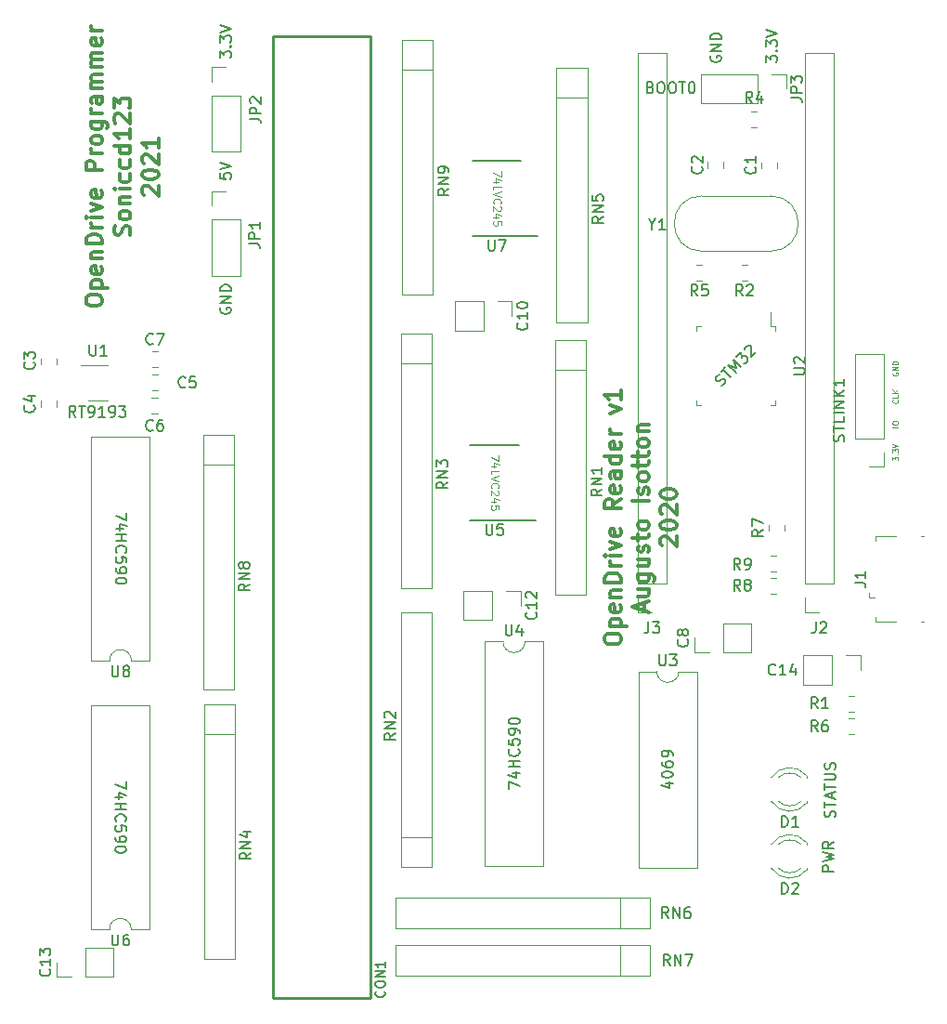
<source format=gbr>
G04 #@! TF.GenerationSoftware,KiCad,Pcbnew,(5.1.4)-1*
G04 #@! TF.CreationDate,2021-02-25T01:00:24-03:00*
G04 #@! TF.ProjectId,Flash,466c6173-682e-46b6-9963-61645f706362,rev?*
G04 #@! TF.SameCoordinates,Original*
G04 #@! TF.FileFunction,Legend,Top*
G04 #@! TF.FilePolarity,Positive*
%FSLAX46Y46*%
G04 Gerber Fmt 4.6, Leading zero omitted, Abs format (unit mm)*
G04 Created by KiCad (PCBNEW (5.1.4)-1) date 2021-02-25 01:00:24*
%MOMM*%
%LPD*%
G04 APERTURE LIST*
%ADD10C,0.300000*%
%ADD11C,0.150000*%
%ADD12C,0.100000*%
%ADD13C,0.120000*%
%ADD14C,0.254000*%
%ADD15C,0.203200*%
G04 APERTURE END LIST*
D10*
X85884171Y-44122228D02*
X85884171Y-43836514D01*
X85955600Y-43693657D01*
X86098457Y-43550800D01*
X86384171Y-43479371D01*
X86884171Y-43479371D01*
X87169885Y-43550800D01*
X87312742Y-43693657D01*
X87384171Y-43836514D01*
X87384171Y-44122228D01*
X87312742Y-44265085D01*
X87169885Y-44407942D01*
X86884171Y-44479371D01*
X86384171Y-44479371D01*
X86098457Y-44407942D01*
X85955600Y-44265085D01*
X85884171Y-44122228D01*
X86384171Y-42836514D02*
X87884171Y-42836514D01*
X86455600Y-42836514D02*
X86384171Y-42693657D01*
X86384171Y-42407942D01*
X86455600Y-42265085D01*
X86527028Y-42193657D01*
X86669885Y-42122228D01*
X87098457Y-42122228D01*
X87241314Y-42193657D01*
X87312742Y-42265085D01*
X87384171Y-42407942D01*
X87384171Y-42693657D01*
X87312742Y-42836514D01*
X87312742Y-40907942D02*
X87384171Y-41050800D01*
X87384171Y-41336514D01*
X87312742Y-41479371D01*
X87169885Y-41550800D01*
X86598457Y-41550800D01*
X86455600Y-41479371D01*
X86384171Y-41336514D01*
X86384171Y-41050800D01*
X86455600Y-40907942D01*
X86598457Y-40836514D01*
X86741314Y-40836514D01*
X86884171Y-41550800D01*
X86384171Y-40193657D02*
X87384171Y-40193657D01*
X86527028Y-40193657D02*
X86455600Y-40122228D01*
X86384171Y-39979371D01*
X86384171Y-39765085D01*
X86455600Y-39622228D01*
X86598457Y-39550800D01*
X87384171Y-39550800D01*
X87384171Y-38836514D02*
X85884171Y-38836514D01*
X85884171Y-38479371D01*
X85955600Y-38265085D01*
X86098457Y-38122228D01*
X86241314Y-38050800D01*
X86527028Y-37979371D01*
X86741314Y-37979371D01*
X87027028Y-38050800D01*
X87169885Y-38122228D01*
X87312742Y-38265085D01*
X87384171Y-38479371D01*
X87384171Y-38836514D01*
X87384171Y-37336514D02*
X86384171Y-37336514D01*
X86669885Y-37336514D02*
X86527028Y-37265085D01*
X86455600Y-37193657D01*
X86384171Y-37050800D01*
X86384171Y-36907942D01*
X87384171Y-36407942D02*
X86384171Y-36407942D01*
X85884171Y-36407942D02*
X85955600Y-36479371D01*
X86027028Y-36407942D01*
X85955600Y-36336514D01*
X85884171Y-36407942D01*
X86027028Y-36407942D01*
X86384171Y-35836514D02*
X87384171Y-35479371D01*
X86384171Y-35122228D01*
X87312742Y-33979371D02*
X87384171Y-34122228D01*
X87384171Y-34407942D01*
X87312742Y-34550800D01*
X87169885Y-34622228D01*
X86598457Y-34622228D01*
X86455600Y-34550800D01*
X86384171Y-34407942D01*
X86384171Y-34122228D01*
X86455600Y-33979371D01*
X86598457Y-33907942D01*
X86741314Y-33907942D01*
X86884171Y-34622228D01*
X87384171Y-32122228D02*
X85884171Y-32122228D01*
X85884171Y-31550800D01*
X85955600Y-31407942D01*
X86027028Y-31336514D01*
X86169885Y-31265085D01*
X86384171Y-31265085D01*
X86527028Y-31336514D01*
X86598457Y-31407942D01*
X86669885Y-31550800D01*
X86669885Y-32122228D01*
X87384171Y-30622228D02*
X86384171Y-30622228D01*
X86669885Y-30622228D02*
X86527028Y-30550800D01*
X86455600Y-30479371D01*
X86384171Y-30336514D01*
X86384171Y-30193657D01*
X87384171Y-29479371D02*
X87312742Y-29622228D01*
X87241314Y-29693657D01*
X87098457Y-29765085D01*
X86669885Y-29765085D01*
X86527028Y-29693657D01*
X86455600Y-29622228D01*
X86384171Y-29479371D01*
X86384171Y-29265085D01*
X86455600Y-29122228D01*
X86527028Y-29050800D01*
X86669885Y-28979371D01*
X87098457Y-28979371D01*
X87241314Y-29050800D01*
X87312742Y-29122228D01*
X87384171Y-29265085D01*
X87384171Y-29479371D01*
X86384171Y-27693657D02*
X87598457Y-27693657D01*
X87741314Y-27765085D01*
X87812742Y-27836514D01*
X87884171Y-27979371D01*
X87884171Y-28193657D01*
X87812742Y-28336514D01*
X87312742Y-27693657D02*
X87384171Y-27836514D01*
X87384171Y-28122228D01*
X87312742Y-28265085D01*
X87241314Y-28336514D01*
X87098457Y-28407942D01*
X86669885Y-28407942D01*
X86527028Y-28336514D01*
X86455600Y-28265085D01*
X86384171Y-28122228D01*
X86384171Y-27836514D01*
X86455600Y-27693657D01*
X87384171Y-26979371D02*
X86384171Y-26979371D01*
X86669885Y-26979371D02*
X86527028Y-26907942D01*
X86455600Y-26836514D01*
X86384171Y-26693657D01*
X86384171Y-26550800D01*
X87384171Y-25407942D02*
X86598457Y-25407942D01*
X86455600Y-25479371D01*
X86384171Y-25622228D01*
X86384171Y-25907942D01*
X86455600Y-26050800D01*
X87312742Y-25407942D02*
X87384171Y-25550800D01*
X87384171Y-25907942D01*
X87312742Y-26050800D01*
X87169885Y-26122228D01*
X87027028Y-26122228D01*
X86884171Y-26050800D01*
X86812742Y-25907942D01*
X86812742Y-25550800D01*
X86741314Y-25407942D01*
X87384171Y-24693657D02*
X86384171Y-24693657D01*
X86527028Y-24693657D02*
X86455600Y-24622228D01*
X86384171Y-24479371D01*
X86384171Y-24265085D01*
X86455600Y-24122228D01*
X86598457Y-24050800D01*
X87384171Y-24050800D01*
X86598457Y-24050800D02*
X86455600Y-23979371D01*
X86384171Y-23836514D01*
X86384171Y-23622228D01*
X86455600Y-23479371D01*
X86598457Y-23407942D01*
X87384171Y-23407942D01*
X87384171Y-22693657D02*
X86384171Y-22693657D01*
X86527028Y-22693657D02*
X86455600Y-22622228D01*
X86384171Y-22479371D01*
X86384171Y-22265085D01*
X86455600Y-22122228D01*
X86598457Y-22050800D01*
X87384171Y-22050800D01*
X86598457Y-22050800D02*
X86455600Y-21979371D01*
X86384171Y-21836514D01*
X86384171Y-21622228D01*
X86455600Y-21479371D01*
X86598457Y-21407942D01*
X87384171Y-21407942D01*
X87312742Y-20122228D02*
X87384171Y-20265085D01*
X87384171Y-20550800D01*
X87312742Y-20693657D01*
X87169885Y-20765085D01*
X86598457Y-20765085D01*
X86455600Y-20693657D01*
X86384171Y-20550800D01*
X86384171Y-20265085D01*
X86455600Y-20122228D01*
X86598457Y-20050800D01*
X86741314Y-20050800D01*
X86884171Y-20765085D01*
X87384171Y-19407942D02*
X86384171Y-19407942D01*
X86669885Y-19407942D02*
X86527028Y-19336514D01*
X86455600Y-19265085D01*
X86384171Y-19122228D01*
X86384171Y-18979371D01*
X89862742Y-38050800D02*
X89934171Y-37836514D01*
X89934171Y-37479371D01*
X89862742Y-37336514D01*
X89791314Y-37265085D01*
X89648457Y-37193657D01*
X89505600Y-37193657D01*
X89362742Y-37265085D01*
X89291314Y-37336514D01*
X89219885Y-37479371D01*
X89148457Y-37765085D01*
X89077028Y-37907942D01*
X89005600Y-37979371D01*
X88862742Y-38050800D01*
X88719885Y-38050800D01*
X88577028Y-37979371D01*
X88505600Y-37907942D01*
X88434171Y-37765085D01*
X88434171Y-37407942D01*
X88505600Y-37193657D01*
X89934171Y-36336514D02*
X89862742Y-36479371D01*
X89791314Y-36550800D01*
X89648457Y-36622228D01*
X89219885Y-36622228D01*
X89077028Y-36550800D01*
X89005600Y-36479371D01*
X88934171Y-36336514D01*
X88934171Y-36122228D01*
X89005600Y-35979371D01*
X89077028Y-35907942D01*
X89219885Y-35836514D01*
X89648457Y-35836514D01*
X89791314Y-35907942D01*
X89862742Y-35979371D01*
X89934171Y-36122228D01*
X89934171Y-36336514D01*
X88934171Y-35193657D02*
X89934171Y-35193657D01*
X89077028Y-35193657D02*
X89005600Y-35122228D01*
X88934171Y-34979371D01*
X88934171Y-34765085D01*
X89005600Y-34622228D01*
X89148457Y-34550800D01*
X89934171Y-34550800D01*
X89934171Y-33836514D02*
X88934171Y-33836514D01*
X88434171Y-33836514D02*
X88505600Y-33907942D01*
X88577028Y-33836514D01*
X88505600Y-33765085D01*
X88434171Y-33836514D01*
X88577028Y-33836514D01*
X89862742Y-32479371D02*
X89934171Y-32622228D01*
X89934171Y-32907942D01*
X89862742Y-33050800D01*
X89791314Y-33122228D01*
X89648457Y-33193657D01*
X89219885Y-33193657D01*
X89077028Y-33122228D01*
X89005600Y-33050800D01*
X88934171Y-32907942D01*
X88934171Y-32622228D01*
X89005600Y-32479371D01*
X89862742Y-31193657D02*
X89934171Y-31336514D01*
X89934171Y-31622228D01*
X89862742Y-31765085D01*
X89791314Y-31836514D01*
X89648457Y-31907942D01*
X89219885Y-31907942D01*
X89077028Y-31836514D01*
X89005600Y-31765085D01*
X88934171Y-31622228D01*
X88934171Y-31336514D01*
X89005600Y-31193657D01*
X89934171Y-29907942D02*
X88434171Y-29907942D01*
X89862742Y-29907942D02*
X89934171Y-30050800D01*
X89934171Y-30336514D01*
X89862742Y-30479371D01*
X89791314Y-30550800D01*
X89648457Y-30622228D01*
X89219885Y-30622228D01*
X89077028Y-30550800D01*
X89005600Y-30479371D01*
X88934171Y-30336514D01*
X88934171Y-30050800D01*
X89005600Y-29907942D01*
X89934171Y-28407942D02*
X89934171Y-29265085D01*
X89934171Y-28836514D02*
X88434171Y-28836514D01*
X88648457Y-28979371D01*
X88791314Y-29122228D01*
X88862742Y-29265085D01*
X88577028Y-27836514D02*
X88505600Y-27765085D01*
X88434171Y-27622228D01*
X88434171Y-27265085D01*
X88505600Y-27122228D01*
X88577028Y-27050800D01*
X88719885Y-26979371D01*
X88862742Y-26979371D01*
X89077028Y-27050800D01*
X89934171Y-27907942D01*
X89934171Y-26979371D01*
X88434171Y-26479371D02*
X88434171Y-25550800D01*
X89005600Y-26050800D01*
X89005600Y-25836514D01*
X89077028Y-25693657D01*
X89148457Y-25622228D01*
X89291314Y-25550800D01*
X89648457Y-25550800D01*
X89791314Y-25622228D01*
X89862742Y-25693657D01*
X89934171Y-25836514D01*
X89934171Y-26265085D01*
X89862742Y-26407942D01*
X89791314Y-26479371D01*
X91127028Y-34372228D02*
X91055600Y-34300800D01*
X90984171Y-34157942D01*
X90984171Y-33800800D01*
X91055600Y-33657942D01*
X91127028Y-33586514D01*
X91269885Y-33515085D01*
X91412742Y-33515085D01*
X91627028Y-33586514D01*
X92484171Y-34443657D01*
X92484171Y-33515085D01*
X90984171Y-32586514D02*
X90984171Y-32443657D01*
X91055600Y-32300800D01*
X91127028Y-32229371D01*
X91269885Y-32157942D01*
X91555600Y-32086514D01*
X91912742Y-32086514D01*
X92198457Y-32157942D01*
X92341314Y-32229371D01*
X92412742Y-32300800D01*
X92484171Y-32443657D01*
X92484171Y-32586514D01*
X92412742Y-32729371D01*
X92341314Y-32800800D01*
X92198457Y-32872228D01*
X91912742Y-32943657D01*
X91555600Y-32943657D01*
X91269885Y-32872228D01*
X91127028Y-32800800D01*
X91055600Y-32729371D01*
X90984171Y-32586514D01*
X91127028Y-31515085D02*
X91055600Y-31443657D01*
X90984171Y-31300800D01*
X90984171Y-30943657D01*
X91055600Y-30800800D01*
X91127028Y-30729371D01*
X91269885Y-30657942D01*
X91412742Y-30657942D01*
X91627028Y-30729371D01*
X92484171Y-31586514D01*
X92484171Y-30657942D01*
X92484171Y-29229371D02*
X92484171Y-30086514D01*
X92484171Y-29657942D02*
X90984171Y-29657942D01*
X91198457Y-29800800D01*
X91341314Y-29943657D01*
X91412742Y-30086514D01*
D11*
X84942609Y-54605180D02*
X84609276Y-54128990D01*
X84371180Y-54605180D02*
X84371180Y-53605180D01*
X84752133Y-53605180D01*
X84847371Y-53652800D01*
X84894990Y-53700419D01*
X84942609Y-53795657D01*
X84942609Y-53938514D01*
X84894990Y-54033752D01*
X84847371Y-54081371D01*
X84752133Y-54128990D01*
X84371180Y-54128990D01*
X85228323Y-53605180D02*
X85799752Y-53605180D01*
X85514038Y-54605180D02*
X85514038Y-53605180D01*
X86180704Y-54605180D02*
X86371180Y-54605180D01*
X86466419Y-54557561D01*
X86514038Y-54509942D01*
X86609276Y-54367085D01*
X86656895Y-54176609D01*
X86656895Y-53795657D01*
X86609276Y-53700419D01*
X86561657Y-53652800D01*
X86466419Y-53605180D01*
X86275942Y-53605180D01*
X86180704Y-53652800D01*
X86133085Y-53700419D01*
X86085466Y-53795657D01*
X86085466Y-54033752D01*
X86133085Y-54128990D01*
X86180704Y-54176609D01*
X86275942Y-54224228D01*
X86466419Y-54224228D01*
X86561657Y-54176609D01*
X86609276Y-54128990D01*
X86656895Y-54033752D01*
X87609276Y-54605180D02*
X87037847Y-54605180D01*
X87323561Y-54605180D02*
X87323561Y-53605180D01*
X87228323Y-53748038D01*
X87133085Y-53843276D01*
X87037847Y-53890895D01*
X88085466Y-54605180D02*
X88275942Y-54605180D01*
X88371180Y-54557561D01*
X88418800Y-54509942D01*
X88514038Y-54367085D01*
X88561657Y-54176609D01*
X88561657Y-53795657D01*
X88514038Y-53700419D01*
X88466419Y-53652800D01*
X88371180Y-53605180D01*
X88180704Y-53605180D01*
X88085466Y-53652800D01*
X88037847Y-53700419D01*
X87990228Y-53795657D01*
X87990228Y-54033752D01*
X88037847Y-54128990D01*
X88085466Y-54176609D01*
X88180704Y-54224228D01*
X88371180Y-54224228D01*
X88466419Y-54176609D01*
X88514038Y-54128990D01*
X88561657Y-54033752D01*
X88894990Y-53605180D02*
X89514038Y-53605180D01*
X89180704Y-53986133D01*
X89323561Y-53986133D01*
X89418800Y-54033752D01*
X89466419Y-54081371D01*
X89514038Y-54176609D01*
X89514038Y-54414704D01*
X89466419Y-54509942D01*
X89418800Y-54557561D01*
X89323561Y-54605180D01*
X89037847Y-54605180D01*
X88942609Y-54557561D01*
X88894990Y-54509942D01*
X143872909Y-51771510D02*
X144007596Y-51704166D01*
X144175955Y-51535808D01*
X144209626Y-51434792D01*
X144209626Y-51367449D01*
X144175955Y-51266434D01*
X144108611Y-51199090D01*
X144007596Y-51165418D01*
X143940252Y-51165418D01*
X143839237Y-51199090D01*
X143670878Y-51300105D01*
X143569863Y-51333777D01*
X143502520Y-51333777D01*
X143401504Y-51300105D01*
X143334161Y-51232762D01*
X143300489Y-51131747D01*
X143300489Y-51064403D01*
X143334161Y-50963388D01*
X143502520Y-50795029D01*
X143637207Y-50727686D01*
X143805565Y-50491983D02*
X144209626Y-50087922D01*
X144714703Y-50997060D02*
X144007596Y-50289953D01*
X145152435Y-50559327D02*
X144445329Y-49852220D01*
X145186107Y-50121594D01*
X144916733Y-49380816D01*
X145623840Y-50087922D01*
X145186107Y-49111442D02*
X145623840Y-48673709D01*
X145657512Y-49178785D01*
X145758527Y-49077770D01*
X145859542Y-49044098D01*
X145926886Y-49044098D01*
X146027901Y-49077770D01*
X146196260Y-49246129D01*
X146229931Y-49347144D01*
X146229931Y-49414487D01*
X146196260Y-49515503D01*
X145994229Y-49717533D01*
X145893214Y-49751205D01*
X145825870Y-49751205D01*
X145960557Y-48471678D02*
X145960557Y-48404335D01*
X145994229Y-48303320D01*
X146162588Y-48134961D01*
X146263603Y-48101289D01*
X146330947Y-48101289D01*
X146431962Y-48134961D01*
X146499305Y-48202304D01*
X146566649Y-48336991D01*
X146566649Y-49145113D01*
X147004382Y-48707381D01*
X138723714Y-87953695D02*
X139390380Y-87953695D01*
X138342761Y-88191790D02*
X139057047Y-88429885D01*
X139057047Y-87810838D01*
X138390380Y-87239409D02*
X138390380Y-87144171D01*
X138438000Y-87048933D01*
X138485619Y-87001314D01*
X138580857Y-86953695D01*
X138771333Y-86906076D01*
X139009428Y-86906076D01*
X139199904Y-86953695D01*
X139295142Y-87001314D01*
X139342761Y-87048933D01*
X139390380Y-87144171D01*
X139390380Y-87239409D01*
X139342761Y-87334647D01*
X139295142Y-87382266D01*
X139199904Y-87429885D01*
X139009428Y-87477504D01*
X138771333Y-87477504D01*
X138580857Y-87429885D01*
X138485619Y-87382266D01*
X138438000Y-87334647D01*
X138390380Y-87239409D01*
X138390380Y-86048933D02*
X138390380Y-86239409D01*
X138438000Y-86334647D01*
X138485619Y-86382266D01*
X138628476Y-86477504D01*
X138818952Y-86525123D01*
X139199904Y-86525123D01*
X139295142Y-86477504D01*
X139342761Y-86429885D01*
X139390380Y-86334647D01*
X139390380Y-86144171D01*
X139342761Y-86048933D01*
X139295142Y-86001314D01*
X139199904Y-85953695D01*
X138961809Y-85953695D01*
X138866571Y-86001314D01*
X138818952Y-86048933D01*
X138771333Y-86144171D01*
X138771333Y-86334647D01*
X138818952Y-86429885D01*
X138866571Y-86477504D01*
X138961809Y-86525123D01*
X139390380Y-85477504D02*
X139390380Y-85287028D01*
X139342761Y-85191790D01*
X139295142Y-85144171D01*
X139152285Y-85048933D01*
X138961809Y-85001314D01*
X138580857Y-85001314D01*
X138485619Y-85048933D01*
X138438000Y-85096552D01*
X138390380Y-85191790D01*
X138390380Y-85382266D01*
X138438000Y-85477504D01*
X138485619Y-85525123D01*
X138580857Y-85572742D01*
X138818952Y-85572742D01*
X138914190Y-85525123D01*
X138961809Y-85477504D01*
X139009428Y-85382266D01*
X139009428Y-85191790D01*
X138961809Y-85096552D01*
X138914190Y-85048933D01*
X138818952Y-85001314D01*
D12*
X123725733Y-32196400D02*
X123725733Y-32663066D01*
X123025733Y-32363066D01*
X123492400Y-33229733D02*
X123025733Y-33229733D01*
X123759066Y-33063066D02*
X123259066Y-32896400D01*
X123259066Y-33329733D01*
X123025733Y-33929733D02*
X123025733Y-33596400D01*
X123725733Y-33596400D01*
X123725733Y-34063066D02*
X123025733Y-34296400D01*
X123725733Y-34529733D01*
X123092400Y-35163066D02*
X123059066Y-35129733D01*
X123025733Y-35029733D01*
X123025733Y-34963066D01*
X123059066Y-34863066D01*
X123125733Y-34796400D01*
X123192400Y-34763066D01*
X123325733Y-34729733D01*
X123425733Y-34729733D01*
X123559066Y-34763066D01*
X123625733Y-34796400D01*
X123692400Y-34863066D01*
X123725733Y-34963066D01*
X123725733Y-35029733D01*
X123692400Y-35129733D01*
X123659066Y-35163066D01*
X123659066Y-35429733D02*
X123692400Y-35463066D01*
X123725733Y-35529733D01*
X123725733Y-35696400D01*
X123692400Y-35763066D01*
X123659066Y-35796400D01*
X123592400Y-35829733D01*
X123525733Y-35829733D01*
X123425733Y-35796400D01*
X123025733Y-35396400D01*
X123025733Y-35829733D01*
X123492400Y-36429733D02*
X123025733Y-36429733D01*
X123759066Y-36263066D02*
X123259066Y-36096400D01*
X123259066Y-36529733D01*
X123725733Y-37129733D02*
X123725733Y-36796400D01*
X123392400Y-36763066D01*
X123425733Y-36796400D01*
X123459066Y-36863066D01*
X123459066Y-37029733D01*
X123425733Y-37096400D01*
X123392400Y-37129733D01*
X123325733Y-37163066D01*
X123159066Y-37163066D01*
X123092400Y-37129733D01*
X123059066Y-37096400D01*
X123025733Y-37029733D01*
X123025733Y-36863066D01*
X123059066Y-36796400D01*
X123092400Y-36763066D01*
X123522533Y-58104400D02*
X123522533Y-58571066D01*
X122822533Y-58271066D01*
X123289200Y-59137733D02*
X122822533Y-59137733D01*
X123555866Y-58971066D02*
X123055866Y-58804400D01*
X123055866Y-59237733D01*
X122822533Y-59837733D02*
X122822533Y-59504400D01*
X123522533Y-59504400D01*
X123522533Y-59971066D02*
X122822533Y-60204400D01*
X123522533Y-60437733D01*
X122889200Y-61071066D02*
X122855866Y-61037733D01*
X122822533Y-60937733D01*
X122822533Y-60871066D01*
X122855866Y-60771066D01*
X122922533Y-60704400D01*
X122989200Y-60671066D01*
X123122533Y-60637733D01*
X123222533Y-60637733D01*
X123355866Y-60671066D01*
X123422533Y-60704400D01*
X123489200Y-60771066D01*
X123522533Y-60871066D01*
X123522533Y-60937733D01*
X123489200Y-61037733D01*
X123455866Y-61071066D01*
X123455866Y-61337733D02*
X123489200Y-61371066D01*
X123522533Y-61437733D01*
X123522533Y-61604400D01*
X123489200Y-61671066D01*
X123455866Y-61704400D01*
X123389200Y-61737733D01*
X123322533Y-61737733D01*
X123222533Y-61704400D01*
X122822533Y-61304400D01*
X122822533Y-61737733D01*
X123289200Y-62337733D02*
X122822533Y-62337733D01*
X123555866Y-62171066D02*
X123055866Y-62004400D01*
X123055866Y-62437733D01*
X123522533Y-63037733D02*
X123522533Y-62704400D01*
X123189200Y-62671066D01*
X123222533Y-62704400D01*
X123255866Y-62771066D01*
X123255866Y-62937733D01*
X123222533Y-63004400D01*
X123189200Y-63037733D01*
X123122533Y-63071066D01*
X122955866Y-63071066D01*
X122889200Y-63037733D01*
X122855866Y-63004400D01*
X122822533Y-62937733D01*
X122822533Y-62771066D01*
X122855866Y-62704400D01*
X122889200Y-62671066D01*
D11*
X89600019Y-63336895D02*
X89600019Y-64003561D01*
X88600019Y-63574990D01*
X89266685Y-64813085D02*
X88600019Y-64813085D01*
X89647638Y-64574990D02*
X88933352Y-64336895D01*
X88933352Y-64955942D01*
X88600019Y-65336895D02*
X89600019Y-65336895D01*
X89123828Y-65336895D02*
X89123828Y-65908323D01*
X88600019Y-65908323D02*
X89600019Y-65908323D01*
X88695257Y-66955942D02*
X88647638Y-66908323D01*
X88600019Y-66765466D01*
X88600019Y-66670228D01*
X88647638Y-66527371D01*
X88742876Y-66432133D01*
X88838114Y-66384514D01*
X89028590Y-66336895D01*
X89171447Y-66336895D01*
X89361923Y-66384514D01*
X89457161Y-66432133D01*
X89552400Y-66527371D01*
X89600019Y-66670228D01*
X89600019Y-66765466D01*
X89552400Y-66908323D01*
X89504780Y-66955942D01*
X89600019Y-67860704D02*
X89600019Y-67384514D01*
X89123828Y-67336895D01*
X89171447Y-67384514D01*
X89219066Y-67479752D01*
X89219066Y-67717847D01*
X89171447Y-67813085D01*
X89123828Y-67860704D01*
X89028590Y-67908323D01*
X88790495Y-67908323D01*
X88695257Y-67860704D01*
X88647638Y-67813085D01*
X88600019Y-67717847D01*
X88600019Y-67479752D01*
X88647638Y-67384514D01*
X88695257Y-67336895D01*
X88600019Y-68384514D02*
X88600019Y-68574990D01*
X88647638Y-68670228D01*
X88695257Y-68717847D01*
X88838114Y-68813085D01*
X89028590Y-68860704D01*
X89409542Y-68860704D01*
X89504780Y-68813085D01*
X89552400Y-68765466D01*
X89600019Y-68670228D01*
X89600019Y-68479752D01*
X89552400Y-68384514D01*
X89504780Y-68336895D01*
X89409542Y-68289276D01*
X89171447Y-68289276D01*
X89076209Y-68336895D01*
X89028590Y-68384514D01*
X88980971Y-68479752D01*
X88980971Y-68670228D01*
X89028590Y-68765466D01*
X89076209Y-68813085D01*
X89171447Y-68860704D01*
X89600019Y-69479752D02*
X89600019Y-69574990D01*
X89552400Y-69670228D01*
X89504780Y-69717847D01*
X89409542Y-69765466D01*
X89219066Y-69813085D01*
X88980971Y-69813085D01*
X88790495Y-69765466D01*
X88695257Y-69717847D01*
X88647638Y-69670228D01*
X88600019Y-69574990D01*
X88600019Y-69479752D01*
X88647638Y-69384514D01*
X88695257Y-69336895D01*
X88790495Y-69289276D01*
X88980971Y-69241657D01*
X89219066Y-69241657D01*
X89409542Y-69289276D01*
X89504780Y-69336895D01*
X89552400Y-69384514D01*
X89600019Y-69479752D01*
X89549219Y-87822495D02*
X89549219Y-88489161D01*
X88549219Y-88060590D01*
X89215885Y-89298685D02*
X88549219Y-89298685D01*
X89596838Y-89060590D02*
X88882552Y-88822495D01*
X88882552Y-89441542D01*
X88549219Y-89822495D02*
X89549219Y-89822495D01*
X89073028Y-89822495D02*
X89073028Y-90393923D01*
X88549219Y-90393923D02*
X89549219Y-90393923D01*
X88644457Y-91441542D02*
X88596838Y-91393923D01*
X88549219Y-91251066D01*
X88549219Y-91155828D01*
X88596838Y-91012971D01*
X88692076Y-90917733D01*
X88787314Y-90870114D01*
X88977790Y-90822495D01*
X89120647Y-90822495D01*
X89311123Y-90870114D01*
X89406361Y-90917733D01*
X89501600Y-91012971D01*
X89549219Y-91155828D01*
X89549219Y-91251066D01*
X89501600Y-91393923D01*
X89453980Y-91441542D01*
X89549219Y-92346304D02*
X89549219Y-91870114D01*
X89073028Y-91822495D01*
X89120647Y-91870114D01*
X89168266Y-91965352D01*
X89168266Y-92203447D01*
X89120647Y-92298685D01*
X89073028Y-92346304D01*
X88977790Y-92393923D01*
X88739695Y-92393923D01*
X88644457Y-92346304D01*
X88596838Y-92298685D01*
X88549219Y-92203447D01*
X88549219Y-91965352D01*
X88596838Y-91870114D01*
X88644457Y-91822495D01*
X88549219Y-92870114D02*
X88549219Y-93060590D01*
X88596838Y-93155828D01*
X88644457Y-93203447D01*
X88787314Y-93298685D01*
X88977790Y-93346304D01*
X89358742Y-93346304D01*
X89453980Y-93298685D01*
X89501600Y-93251066D01*
X89549219Y-93155828D01*
X89549219Y-92965352D01*
X89501600Y-92870114D01*
X89453980Y-92822495D01*
X89358742Y-92774876D01*
X89120647Y-92774876D01*
X89025409Y-92822495D01*
X88977790Y-92870114D01*
X88930171Y-92965352D01*
X88930171Y-93155828D01*
X88977790Y-93251066D01*
X89025409Y-93298685D01*
X89120647Y-93346304D01*
X89549219Y-93965352D02*
X89549219Y-94060590D01*
X89501600Y-94155828D01*
X89453980Y-94203447D01*
X89358742Y-94251066D01*
X89168266Y-94298685D01*
X88930171Y-94298685D01*
X88739695Y-94251066D01*
X88644457Y-94203447D01*
X88596838Y-94155828D01*
X88549219Y-94060590D01*
X88549219Y-93965352D01*
X88596838Y-93870114D01*
X88644457Y-93822495D01*
X88739695Y-93774876D01*
X88930171Y-93727257D01*
X89168266Y-93727257D01*
X89358742Y-93774876D01*
X89453980Y-93822495D01*
X89501600Y-93870114D01*
X89549219Y-93965352D01*
X124420380Y-88504304D02*
X124420380Y-87837638D01*
X125420380Y-88266209D01*
X124753714Y-87028114D02*
X125420380Y-87028114D01*
X124372761Y-87266209D02*
X125087047Y-87504304D01*
X125087047Y-86885257D01*
X125420380Y-86504304D02*
X124420380Y-86504304D01*
X124896571Y-86504304D02*
X124896571Y-85932876D01*
X125420380Y-85932876D02*
X124420380Y-85932876D01*
X125325142Y-84885257D02*
X125372761Y-84932876D01*
X125420380Y-85075733D01*
X125420380Y-85170971D01*
X125372761Y-85313828D01*
X125277523Y-85409066D01*
X125182285Y-85456685D01*
X124991809Y-85504304D01*
X124848952Y-85504304D01*
X124658476Y-85456685D01*
X124563238Y-85409066D01*
X124468000Y-85313828D01*
X124420380Y-85170971D01*
X124420380Y-85075733D01*
X124468000Y-84932876D01*
X124515619Y-84885257D01*
X124420380Y-83980495D02*
X124420380Y-84456685D01*
X124896571Y-84504304D01*
X124848952Y-84456685D01*
X124801333Y-84361447D01*
X124801333Y-84123352D01*
X124848952Y-84028114D01*
X124896571Y-83980495D01*
X124991809Y-83932876D01*
X125229904Y-83932876D01*
X125325142Y-83980495D01*
X125372761Y-84028114D01*
X125420380Y-84123352D01*
X125420380Y-84361447D01*
X125372761Y-84456685D01*
X125325142Y-84504304D01*
X125420380Y-83456685D02*
X125420380Y-83266209D01*
X125372761Y-83170971D01*
X125325142Y-83123352D01*
X125182285Y-83028114D01*
X124991809Y-82980495D01*
X124610857Y-82980495D01*
X124515619Y-83028114D01*
X124468000Y-83075733D01*
X124420380Y-83170971D01*
X124420380Y-83361447D01*
X124468000Y-83456685D01*
X124515619Y-83504304D01*
X124610857Y-83551923D01*
X124848952Y-83551923D01*
X124944190Y-83504304D01*
X124991809Y-83456685D01*
X125039428Y-83361447D01*
X125039428Y-83170971D01*
X124991809Y-83075733D01*
X124944190Y-83028114D01*
X124848952Y-82980495D01*
X124420380Y-82361447D02*
X124420380Y-82266209D01*
X124468000Y-82170971D01*
X124515619Y-82123352D01*
X124610857Y-82075733D01*
X124801333Y-82028114D01*
X125039428Y-82028114D01*
X125229904Y-82075733D01*
X125325142Y-82123352D01*
X125372761Y-82170971D01*
X125420380Y-82266209D01*
X125420380Y-82361447D01*
X125372761Y-82456685D01*
X125325142Y-82504304D01*
X125229904Y-82551923D01*
X125039428Y-82599542D01*
X124801333Y-82599542D01*
X124610857Y-82551923D01*
X124515619Y-82504304D01*
X124468000Y-82456685D01*
X124420380Y-82361447D01*
D10*
X133178971Y-74968285D02*
X133178971Y-74682571D01*
X133250400Y-74539714D01*
X133393257Y-74396857D01*
X133678971Y-74325428D01*
X134178971Y-74325428D01*
X134464685Y-74396857D01*
X134607542Y-74539714D01*
X134678971Y-74682571D01*
X134678971Y-74968285D01*
X134607542Y-75111142D01*
X134464685Y-75254000D01*
X134178971Y-75325428D01*
X133678971Y-75325428D01*
X133393257Y-75254000D01*
X133250400Y-75111142D01*
X133178971Y-74968285D01*
X133678971Y-73682571D02*
X135178971Y-73682571D01*
X133750400Y-73682571D02*
X133678971Y-73539714D01*
X133678971Y-73254000D01*
X133750400Y-73111142D01*
X133821828Y-73039714D01*
X133964685Y-72968285D01*
X134393257Y-72968285D01*
X134536114Y-73039714D01*
X134607542Y-73111142D01*
X134678971Y-73254000D01*
X134678971Y-73539714D01*
X134607542Y-73682571D01*
X134607542Y-71754000D02*
X134678971Y-71896857D01*
X134678971Y-72182571D01*
X134607542Y-72325428D01*
X134464685Y-72396857D01*
X133893257Y-72396857D01*
X133750400Y-72325428D01*
X133678971Y-72182571D01*
X133678971Y-71896857D01*
X133750400Y-71754000D01*
X133893257Y-71682571D01*
X134036114Y-71682571D01*
X134178971Y-72396857D01*
X133678971Y-71039714D02*
X134678971Y-71039714D01*
X133821828Y-71039714D02*
X133750400Y-70968285D01*
X133678971Y-70825428D01*
X133678971Y-70611142D01*
X133750400Y-70468285D01*
X133893257Y-70396857D01*
X134678971Y-70396857D01*
X134678971Y-69682571D02*
X133178971Y-69682571D01*
X133178971Y-69325428D01*
X133250400Y-69111142D01*
X133393257Y-68968285D01*
X133536114Y-68896857D01*
X133821828Y-68825428D01*
X134036114Y-68825428D01*
X134321828Y-68896857D01*
X134464685Y-68968285D01*
X134607542Y-69111142D01*
X134678971Y-69325428D01*
X134678971Y-69682571D01*
X134678971Y-68182571D02*
X133678971Y-68182571D01*
X133964685Y-68182571D02*
X133821828Y-68111142D01*
X133750400Y-68039714D01*
X133678971Y-67896857D01*
X133678971Y-67754000D01*
X134678971Y-67254000D02*
X133678971Y-67254000D01*
X133178971Y-67254000D02*
X133250400Y-67325428D01*
X133321828Y-67254000D01*
X133250400Y-67182571D01*
X133178971Y-67254000D01*
X133321828Y-67254000D01*
X133678971Y-66682571D02*
X134678971Y-66325428D01*
X133678971Y-65968285D01*
X134607542Y-64825428D02*
X134678971Y-64968285D01*
X134678971Y-65254000D01*
X134607542Y-65396857D01*
X134464685Y-65468285D01*
X133893257Y-65468285D01*
X133750400Y-65396857D01*
X133678971Y-65254000D01*
X133678971Y-64968285D01*
X133750400Y-64825428D01*
X133893257Y-64754000D01*
X134036114Y-64754000D01*
X134178971Y-65468285D01*
X134678971Y-62111142D02*
X133964685Y-62611142D01*
X134678971Y-62968285D02*
X133178971Y-62968285D01*
X133178971Y-62396857D01*
X133250400Y-62254000D01*
X133321828Y-62182571D01*
X133464685Y-62111142D01*
X133678971Y-62111142D01*
X133821828Y-62182571D01*
X133893257Y-62254000D01*
X133964685Y-62396857D01*
X133964685Y-62968285D01*
X134607542Y-60896857D02*
X134678971Y-61039714D01*
X134678971Y-61325428D01*
X134607542Y-61468285D01*
X134464685Y-61539714D01*
X133893257Y-61539714D01*
X133750400Y-61468285D01*
X133678971Y-61325428D01*
X133678971Y-61039714D01*
X133750400Y-60896857D01*
X133893257Y-60825428D01*
X134036114Y-60825428D01*
X134178971Y-61539714D01*
X134678971Y-59539714D02*
X133893257Y-59539714D01*
X133750400Y-59611142D01*
X133678971Y-59754000D01*
X133678971Y-60039714D01*
X133750400Y-60182571D01*
X134607542Y-59539714D02*
X134678971Y-59682571D01*
X134678971Y-60039714D01*
X134607542Y-60182571D01*
X134464685Y-60254000D01*
X134321828Y-60254000D01*
X134178971Y-60182571D01*
X134107542Y-60039714D01*
X134107542Y-59682571D01*
X134036114Y-59539714D01*
X134678971Y-58182571D02*
X133178971Y-58182571D01*
X134607542Y-58182571D02*
X134678971Y-58325428D01*
X134678971Y-58611142D01*
X134607542Y-58754000D01*
X134536114Y-58825428D01*
X134393257Y-58896857D01*
X133964685Y-58896857D01*
X133821828Y-58825428D01*
X133750400Y-58754000D01*
X133678971Y-58611142D01*
X133678971Y-58325428D01*
X133750400Y-58182571D01*
X134607542Y-56896857D02*
X134678971Y-57039714D01*
X134678971Y-57325428D01*
X134607542Y-57468285D01*
X134464685Y-57539714D01*
X133893257Y-57539714D01*
X133750400Y-57468285D01*
X133678971Y-57325428D01*
X133678971Y-57039714D01*
X133750400Y-56896857D01*
X133893257Y-56825428D01*
X134036114Y-56825428D01*
X134178971Y-57539714D01*
X134678971Y-56182571D02*
X133678971Y-56182571D01*
X133964685Y-56182571D02*
X133821828Y-56111142D01*
X133750400Y-56039714D01*
X133678971Y-55896857D01*
X133678971Y-55754000D01*
X133678971Y-54254000D02*
X134678971Y-53896857D01*
X133678971Y-53539714D01*
X134678971Y-52182571D02*
X134678971Y-53039714D01*
X134678971Y-52611142D02*
X133178971Y-52611142D01*
X133393257Y-52754000D01*
X133536114Y-52896857D01*
X133607542Y-53039714D01*
X136800400Y-72289714D02*
X136800400Y-71575428D01*
X137228971Y-72432571D02*
X135728971Y-71932571D01*
X137228971Y-71432571D01*
X136228971Y-70289714D02*
X137228971Y-70289714D01*
X136228971Y-70932571D02*
X137014685Y-70932571D01*
X137157542Y-70861142D01*
X137228971Y-70718285D01*
X137228971Y-70504000D01*
X137157542Y-70361142D01*
X137086114Y-70289714D01*
X136228971Y-68932571D02*
X137443257Y-68932571D01*
X137586114Y-69004000D01*
X137657542Y-69075428D01*
X137728971Y-69218285D01*
X137728971Y-69432571D01*
X137657542Y-69575428D01*
X137157542Y-68932571D02*
X137228971Y-69075428D01*
X137228971Y-69361142D01*
X137157542Y-69504000D01*
X137086114Y-69575428D01*
X136943257Y-69646857D01*
X136514685Y-69646857D01*
X136371828Y-69575428D01*
X136300400Y-69504000D01*
X136228971Y-69361142D01*
X136228971Y-69075428D01*
X136300400Y-68932571D01*
X136228971Y-67575428D02*
X137228971Y-67575428D01*
X136228971Y-68218285D02*
X137014685Y-68218285D01*
X137157542Y-68146857D01*
X137228971Y-68004000D01*
X137228971Y-67789714D01*
X137157542Y-67646857D01*
X137086114Y-67575428D01*
X137157542Y-66932571D02*
X137228971Y-66789714D01*
X137228971Y-66504000D01*
X137157542Y-66361142D01*
X137014685Y-66289714D01*
X136943257Y-66289714D01*
X136800400Y-66361142D01*
X136728971Y-66504000D01*
X136728971Y-66718285D01*
X136657542Y-66861142D01*
X136514685Y-66932571D01*
X136443257Y-66932571D01*
X136300400Y-66861142D01*
X136228971Y-66718285D01*
X136228971Y-66504000D01*
X136300400Y-66361142D01*
X136228971Y-65861142D02*
X136228971Y-65289714D01*
X135728971Y-65646857D02*
X137014685Y-65646857D01*
X137157542Y-65575428D01*
X137228971Y-65432571D01*
X137228971Y-65289714D01*
X137228971Y-64575428D02*
X137157542Y-64718285D01*
X137086114Y-64789714D01*
X136943257Y-64861142D01*
X136514685Y-64861142D01*
X136371828Y-64789714D01*
X136300400Y-64718285D01*
X136228971Y-64575428D01*
X136228971Y-64361142D01*
X136300400Y-64218285D01*
X136371828Y-64146857D01*
X136514685Y-64075428D01*
X136943257Y-64075428D01*
X137086114Y-64146857D01*
X137157542Y-64218285D01*
X137228971Y-64361142D01*
X137228971Y-64575428D01*
X137228971Y-62289714D02*
X135728971Y-62289714D01*
X137157542Y-61646857D02*
X137228971Y-61504000D01*
X137228971Y-61218285D01*
X137157542Y-61075428D01*
X137014685Y-61004000D01*
X136943257Y-61004000D01*
X136800400Y-61075428D01*
X136728971Y-61218285D01*
X136728971Y-61432571D01*
X136657542Y-61575428D01*
X136514685Y-61646857D01*
X136443257Y-61646857D01*
X136300400Y-61575428D01*
X136228971Y-61432571D01*
X136228971Y-61218285D01*
X136300400Y-61075428D01*
X137228971Y-60146857D02*
X137157542Y-60289714D01*
X137086114Y-60361142D01*
X136943257Y-60432571D01*
X136514685Y-60432571D01*
X136371828Y-60361142D01*
X136300400Y-60289714D01*
X136228971Y-60146857D01*
X136228971Y-59932571D01*
X136300400Y-59789714D01*
X136371828Y-59718285D01*
X136514685Y-59646857D01*
X136943257Y-59646857D01*
X137086114Y-59718285D01*
X137157542Y-59789714D01*
X137228971Y-59932571D01*
X137228971Y-60146857D01*
X136228971Y-59218285D02*
X136228971Y-58646857D01*
X135728971Y-59004000D02*
X137014685Y-59004000D01*
X137157542Y-58932571D01*
X137228971Y-58789714D01*
X137228971Y-58646857D01*
X136228971Y-58361142D02*
X136228971Y-57789714D01*
X135728971Y-58146857D02*
X137014685Y-58146857D01*
X137157542Y-58075428D01*
X137228971Y-57932571D01*
X137228971Y-57789714D01*
X137228971Y-57075428D02*
X137157542Y-57218285D01*
X137086114Y-57289714D01*
X136943257Y-57361142D01*
X136514685Y-57361142D01*
X136371828Y-57289714D01*
X136300400Y-57218285D01*
X136228971Y-57075428D01*
X136228971Y-56861142D01*
X136300400Y-56718285D01*
X136371828Y-56646857D01*
X136514685Y-56575428D01*
X136943257Y-56575428D01*
X137086114Y-56646857D01*
X137157542Y-56718285D01*
X137228971Y-56861142D01*
X137228971Y-57075428D01*
X136228971Y-55932571D02*
X137228971Y-55932571D01*
X136371828Y-55932571D02*
X136300400Y-55861142D01*
X136228971Y-55718285D01*
X136228971Y-55504000D01*
X136300400Y-55361142D01*
X136443257Y-55289714D01*
X137228971Y-55289714D01*
X138421828Y-66325428D02*
X138350400Y-66254000D01*
X138278971Y-66111142D01*
X138278971Y-65754000D01*
X138350400Y-65611142D01*
X138421828Y-65539714D01*
X138564685Y-65468285D01*
X138707542Y-65468285D01*
X138921828Y-65539714D01*
X139778971Y-66396857D01*
X139778971Y-65468285D01*
X138278971Y-64539714D02*
X138278971Y-64396857D01*
X138350400Y-64254000D01*
X138421828Y-64182571D01*
X138564685Y-64111142D01*
X138850400Y-64039714D01*
X139207542Y-64039714D01*
X139493257Y-64111142D01*
X139636114Y-64182571D01*
X139707542Y-64254000D01*
X139778971Y-64396857D01*
X139778971Y-64539714D01*
X139707542Y-64682571D01*
X139636114Y-64754000D01*
X139493257Y-64825428D01*
X139207542Y-64896857D01*
X138850400Y-64896857D01*
X138564685Y-64825428D01*
X138421828Y-64754000D01*
X138350400Y-64682571D01*
X138278971Y-64539714D01*
X138421828Y-63468285D02*
X138350400Y-63396857D01*
X138278971Y-63254000D01*
X138278971Y-62896857D01*
X138350400Y-62754000D01*
X138421828Y-62682571D01*
X138564685Y-62611142D01*
X138707542Y-62611142D01*
X138921828Y-62682571D01*
X139778971Y-63539714D01*
X139778971Y-62611142D01*
X138278971Y-61682571D02*
X138278971Y-61539714D01*
X138350400Y-61396857D01*
X138421828Y-61325428D01*
X138564685Y-61254000D01*
X138850400Y-61182571D01*
X139207542Y-61182571D01*
X139493257Y-61254000D01*
X139636114Y-61325428D01*
X139707542Y-61396857D01*
X139778971Y-61539714D01*
X139778971Y-61682571D01*
X139707542Y-61825428D01*
X139636114Y-61896857D01*
X139493257Y-61968285D01*
X139207542Y-62039714D01*
X138850400Y-62039714D01*
X138564685Y-61968285D01*
X138421828Y-61896857D01*
X138350400Y-61825428D01*
X138278971Y-61682571D01*
D11*
X98153600Y-44653104D02*
X98105980Y-44748342D01*
X98105980Y-44891200D01*
X98153600Y-45034057D01*
X98248838Y-45129295D01*
X98344076Y-45176914D01*
X98534552Y-45224533D01*
X98677409Y-45224533D01*
X98867885Y-45176914D01*
X98963123Y-45129295D01*
X99058361Y-45034057D01*
X99105980Y-44891200D01*
X99105980Y-44795961D01*
X99058361Y-44653104D01*
X99010742Y-44605485D01*
X98677409Y-44605485D01*
X98677409Y-44795961D01*
X99105980Y-44176914D02*
X98105980Y-44176914D01*
X99105980Y-43605485D01*
X98105980Y-43605485D01*
X99105980Y-43129295D02*
X98105980Y-43129295D01*
X98105980Y-42891200D01*
X98153600Y-42748342D01*
X98248838Y-42653104D01*
X98344076Y-42605485D01*
X98534552Y-42557866D01*
X98677409Y-42557866D01*
X98867885Y-42605485D01*
X98963123Y-42653104D01*
X99058361Y-42748342D01*
X99105980Y-42891200D01*
X99105980Y-43129295D01*
X98105980Y-21897790D02*
X98105980Y-21278742D01*
X98486933Y-21612076D01*
X98486933Y-21469219D01*
X98534552Y-21373980D01*
X98582171Y-21326361D01*
X98677409Y-21278742D01*
X98915504Y-21278742D01*
X99010742Y-21326361D01*
X99058361Y-21373980D01*
X99105980Y-21469219D01*
X99105980Y-21754933D01*
X99058361Y-21850171D01*
X99010742Y-21897790D01*
X99010742Y-20850171D02*
X99058361Y-20802552D01*
X99105980Y-20850171D01*
X99058361Y-20897790D01*
X99010742Y-20850171D01*
X99105980Y-20850171D01*
X98105980Y-20469219D02*
X98105980Y-19850171D01*
X98486933Y-20183504D01*
X98486933Y-20040647D01*
X98534552Y-19945409D01*
X98582171Y-19897790D01*
X98677409Y-19850171D01*
X98915504Y-19850171D01*
X99010742Y-19897790D01*
X99058361Y-19945409D01*
X99105980Y-20040647D01*
X99105980Y-20326361D01*
X99058361Y-20421600D01*
X99010742Y-20469219D01*
X98105980Y-19564457D02*
X99105980Y-19231123D01*
X98105980Y-18897790D01*
X98105980Y-32397676D02*
X98105980Y-32873866D01*
X98582171Y-32921485D01*
X98534552Y-32873866D01*
X98486933Y-32778628D01*
X98486933Y-32540533D01*
X98534552Y-32445295D01*
X98582171Y-32397676D01*
X98677409Y-32350057D01*
X98915504Y-32350057D01*
X99010742Y-32397676D01*
X99058361Y-32445295D01*
X99105980Y-32540533D01*
X99105980Y-32778628D01*
X99058361Y-32873866D01*
X99010742Y-32921485D01*
X98105980Y-32064342D02*
X99105980Y-31731009D01*
X98105980Y-31397676D01*
X147915380Y-22304190D02*
X147915380Y-21685142D01*
X148296333Y-22018476D01*
X148296333Y-21875619D01*
X148343952Y-21780380D01*
X148391571Y-21732761D01*
X148486809Y-21685142D01*
X148724904Y-21685142D01*
X148820142Y-21732761D01*
X148867761Y-21780380D01*
X148915380Y-21875619D01*
X148915380Y-22161333D01*
X148867761Y-22256571D01*
X148820142Y-22304190D01*
X148820142Y-21256571D02*
X148867761Y-21208952D01*
X148915380Y-21256571D01*
X148867761Y-21304190D01*
X148820142Y-21256571D01*
X148915380Y-21256571D01*
X147915380Y-20875619D02*
X147915380Y-20256571D01*
X148296333Y-20589904D01*
X148296333Y-20447047D01*
X148343952Y-20351809D01*
X148391571Y-20304190D01*
X148486809Y-20256571D01*
X148724904Y-20256571D01*
X148820142Y-20304190D01*
X148867761Y-20351809D01*
X148915380Y-20447047D01*
X148915380Y-20732761D01*
X148867761Y-20828000D01*
X148820142Y-20875619D01*
X147915380Y-19970857D02*
X148915380Y-19637523D01*
X147915380Y-19304190D01*
X142883000Y-21716904D02*
X142835380Y-21812142D01*
X142835380Y-21955000D01*
X142883000Y-22097857D01*
X142978238Y-22193095D01*
X143073476Y-22240714D01*
X143263952Y-22288333D01*
X143406809Y-22288333D01*
X143597285Y-22240714D01*
X143692523Y-22193095D01*
X143787761Y-22097857D01*
X143835380Y-21955000D01*
X143835380Y-21859761D01*
X143787761Y-21716904D01*
X143740142Y-21669285D01*
X143406809Y-21669285D01*
X143406809Y-21859761D01*
X143835380Y-21240714D02*
X142835380Y-21240714D01*
X143835380Y-20669285D01*
X142835380Y-20669285D01*
X143835380Y-20193095D02*
X142835380Y-20193095D01*
X142835380Y-19955000D01*
X142883000Y-19812142D01*
X142978238Y-19716904D01*
X143073476Y-19669285D01*
X143263952Y-19621666D01*
X143406809Y-19621666D01*
X143597285Y-19669285D01*
X143692523Y-19716904D01*
X143787761Y-19812142D01*
X143835380Y-19955000D01*
X143835380Y-20193095D01*
X137358666Y-24566571D02*
X137501523Y-24614190D01*
X137549142Y-24661809D01*
X137596761Y-24757047D01*
X137596761Y-24899904D01*
X137549142Y-24995142D01*
X137501523Y-25042761D01*
X137406285Y-25090380D01*
X137025333Y-25090380D01*
X137025333Y-24090380D01*
X137358666Y-24090380D01*
X137453904Y-24138000D01*
X137501523Y-24185619D01*
X137549142Y-24280857D01*
X137549142Y-24376095D01*
X137501523Y-24471333D01*
X137453904Y-24518952D01*
X137358666Y-24566571D01*
X137025333Y-24566571D01*
X138215809Y-24090380D02*
X138406285Y-24090380D01*
X138501523Y-24138000D01*
X138596761Y-24233238D01*
X138644380Y-24423714D01*
X138644380Y-24757047D01*
X138596761Y-24947523D01*
X138501523Y-25042761D01*
X138406285Y-25090380D01*
X138215809Y-25090380D01*
X138120571Y-25042761D01*
X138025333Y-24947523D01*
X137977714Y-24757047D01*
X137977714Y-24423714D01*
X138025333Y-24233238D01*
X138120571Y-24138000D01*
X138215809Y-24090380D01*
X139263428Y-24090380D02*
X139453904Y-24090380D01*
X139549142Y-24138000D01*
X139644380Y-24233238D01*
X139692000Y-24423714D01*
X139692000Y-24757047D01*
X139644380Y-24947523D01*
X139549142Y-25042761D01*
X139453904Y-25090380D01*
X139263428Y-25090380D01*
X139168190Y-25042761D01*
X139072952Y-24947523D01*
X139025333Y-24757047D01*
X139025333Y-24423714D01*
X139072952Y-24233238D01*
X139168190Y-24138000D01*
X139263428Y-24090380D01*
X139977714Y-24090380D02*
X140549142Y-24090380D01*
X140263428Y-25090380D02*
X140263428Y-24090380D01*
X141072952Y-24090380D02*
X141168190Y-24090380D01*
X141263428Y-24138000D01*
X141311047Y-24185619D01*
X141358666Y-24280857D01*
X141406285Y-24471333D01*
X141406285Y-24709428D01*
X141358666Y-24899904D01*
X141311047Y-24995142D01*
X141263428Y-25042761D01*
X141168190Y-25090380D01*
X141072952Y-25090380D01*
X140977714Y-25042761D01*
X140930095Y-24995142D01*
X140882476Y-24899904D01*
X140834857Y-24709428D01*
X140834857Y-24471333D01*
X140882476Y-24280857D01*
X140930095Y-24185619D01*
X140977714Y-24138000D01*
X141072952Y-24090380D01*
D12*
X159465200Y-50571352D02*
X159441390Y-50618971D01*
X159441390Y-50690400D01*
X159465200Y-50761828D01*
X159512819Y-50809447D01*
X159560438Y-50833257D01*
X159655676Y-50857066D01*
X159727104Y-50857066D01*
X159822342Y-50833257D01*
X159869961Y-50809447D01*
X159917580Y-50761828D01*
X159941390Y-50690400D01*
X159941390Y-50642780D01*
X159917580Y-50571352D01*
X159893771Y-50547542D01*
X159727104Y-50547542D01*
X159727104Y-50642780D01*
X159941390Y-50333257D02*
X159441390Y-50333257D01*
X159941390Y-50047542D01*
X159441390Y-50047542D01*
X159941390Y-49809447D02*
X159441390Y-49809447D01*
X159441390Y-49690400D01*
X159465200Y-49618971D01*
X159512819Y-49571352D01*
X159560438Y-49547542D01*
X159655676Y-49523733D01*
X159727104Y-49523733D01*
X159822342Y-49547542D01*
X159869961Y-49571352D01*
X159917580Y-49618971D01*
X159941390Y-49690400D01*
X159941390Y-49809447D01*
X159893771Y-53028019D02*
X159917580Y-53051828D01*
X159941390Y-53123257D01*
X159941390Y-53170876D01*
X159917580Y-53242304D01*
X159869961Y-53289923D01*
X159822342Y-53313733D01*
X159727104Y-53337542D01*
X159655676Y-53337542D01*
X159560438Y-53313733D01*
X159512819Y-53289923D01*
X159465200Y-53242304D01*
X159441390Y-53170876D01*
X159441390Y-53123257D01*
X159465200Y-53051828D01*
X159489009Y-53028019D01*
X159941390Y-52575638D02*
X159941390Y-52813733D01*
X159441390Y-52813733D01*
X159941390Y-52408971D02*
X159441390Y-52408971D01*
X159941390Y-52123257D02*
X159655676Y-52337542D01*
X159441390Y-52123257D02*
X159727104Y-52408971D01*
X159941390Y-55532304D02*
X159441390Y-55532304D01*
X159441390Y-55198971D02*
X159441390Y-55103733D01*
X159465200Y-55056114D01*
X159512819Y-55008495D01*
X159608057Y-54984685D01*
X159774723Y-54984685D01*
X159869961Y-55008495D01*
X159917580Y-55056114D01*
X159941390Y-55103733D01*
X159941390Y-55198971D01*
X159917580Y-55246590D01*
X159869961Y-55294209D01*
X159774723Y-55318019D01*
X159608057Y-55318019D01*
X159512819Y-55294209D01*
X159465200Y-55246590D01*
X159441390Y-55198971D01*
X159441390Y-58548495D02*
X159441390Y-58238971D01*
X159631866Y-58405638D01*
X159631866Y-58334209D01*
X159655676Y-58286590D01*
X159679485Y-58262780D01*
X159727104Y-58238971D01*
X159846152Y-58238971D01*
X159893771Y-58262780D01*
X159917580Y-58286590D01*
X159941390Y-58334209D01*
X159941390Y-58477066D01*
X159917580Y-58524685D01*
X159893771Y-58548495D01*
X159893771Y-58024685D02*
X159917580Y-58000876D01*
X159941390Y-58024685D01*
X159917580Y-58048495D01*
X159893771Y-58024685D01*
X159941390Y-58024685D01*
X159441390Y-57834209D02*
X159441390Y-57524685D01*
X159631866Y-57691352D01*
X159631866Y-57619923D01*
X159655676Y-57572304D01*
X159679485Y-57548495D01*
X159727104Y-57524685D01*
X159846152Y-57524685D01*
X159893771Y-57548495D01*
X159917580Y-57572304D01*
X159941390Y-57619923D01*
X159941390Y-57762780D01*
X159917580Y-57810400D01*
X159893771Y-57834209D01*
X159441390Y-57381828D02*
X159941390Y-57215161D01*
X159441390Y-57048495D01*
D11*
X154176361Y-91071390D02*
X154223980Y-90928533D01*
X154223980Y-90690438D01*
X154176361Y-90595200D01*
X154128742Y-90547580D01*
X154033504Y-90499961D01*
X153938266Y-90499961D01*
X153843028Y-90547580D01*
X153795409Y-90595200D01*
X153747790Y-90690438D01*
X153700171Y-90880914D01*
X153652552Y-90976152D01*
X153604933Y-91023771D01*
X153509695Y-91071390D01*
X153414457Y-91071390D01*
X153319219Y-91023771D01*
X153271600Y-90976152D01*
X153223980Y-90880914D01*
X153223980Y-90642819D01*
X153271600Y-90499961D01*
X153223980Y-90214247D02*
X153223980Y-89642819D01*
X154223980Y-89928533D02*
X153223980Y-89928533D01*
X153938266Y-89357104D02*
X153938266Y-88880914D01*
X154223980Y-89452342D02*
X153223980Y-89119009D01*
X154223980Y-88785676D01*
X153223980Y-88595200D02*
X153223980Y-88023771D01*
X154223980Y-88309485D02*
X153223980Y-88309485D01*
X153223980Y-87690438D02*
X154033504Y-87690438D01*
X154128742Y-87642819D01*
X154176361Y-87595200D01*
X154223980Y-87499961D01*
X154223980Y-87309485D01*
X154176361Y-87214247D01*
X154128742Y-87166628D01*
X154033504Y-87119009D01*
X153223980Y-87119009D01*
X154176361Y-86690438D02*
X154223980Y-86547580D01*
X154223980Y-86309485D01*
X154176361Y-86214247D01*
X154128742Y-86166628D01*
X154033504Y-86119009D01*
X153938266Y-86119009D01*
X153843028Y-86166628D01*
X153795409Y-86214247D01*
X153747790Y-86309485D01*
X153700171Y-86499961D01*
X153652552Y-86595200D01*
X153604933Y-86642819D01*
X153509695Y-86690438D01*
X153414457Y-86690438D01*
X153319219Y-86642819D01*
X153271600Y-86595200D01*
X153223980Y-86499961D01*
X153223980Y-86261866D01*
X153271600Y-86119009D01*
X154071580Y-96024533D02*
X153071580Y-96024533D01*
X153071580Y-95643580D01*
X153119200Y-95548342D01*
X153166819Y-95500723D01*
X153262057Y-95453104D01*
X153404914Y-95453104D01*
X153500152Y-95500723D01*
X153547771Y-95548342D01*
X153595390Y-95643580D01*
X153595390Y-96024533D01*
X153071580Y-95119771D02*
X154071580Y-94881676D01*
X153357295Y-94691200D01*
X154071580Y-94500723D01*
X153071580Y-94262628D01*
X154071580Y-93310247D02*
X153595390Y-93643580D01*
X154071580Y-93881676D02*
X153071580Y-93881676D01*
X153071580Y-93500723D01*
X153119200Y-93405485D01*
X153166819Y-93357866D01*
X153262057Y-93310247D01*
X153404914Y-93310247D01*
X153500152Y-93357866D01*
X153547771Y-93405485D01*
X153595390Y-93500723D01*
X153595390Y-93881676D01*
D13*
X152760800Y-72399200D02*
X151430800Y-72399200D01*
X151430800Y-72399200D02*
X151430800Y-71069200D01*
X151430800Y-69799200D02*
X151430800Y-21479200D01*
X154090800Y-21479200D02*
X151430800Y-21479200D01*
X154090800Y-69799200D02*
X154090800Y-21479200D01*
X154090800Y-69799200D02*
X151430800Y-69799200D01*
X141525600Y-53096400D02*
X141525600Y-53546400D01*
X141525600Y-53546400D02*
X141975600Y-53546400D01*
X141525600Y-46776400D02*
X141525600Y-46326400D01*
X141525600Y-46326400D02*
X141975600Y-46326400D01*
X148745600Y-53096400D02*
X148745600Y-53546400D01*
X148745600Y-53546400D02*
X148295600Y-53546400D01*
X148745600Y-46776400D02*
X148745600Y-46326400D01*
X148745600Y-46326400D02*
X148295600Y-46326400D01*
X148295600Y-46326400D02*
X148295600Y-45036400D01*
X137515600Y-72399200D02*
X136185600Y-72399200D01*
X136185600Y-72399200D02*
X136185600Y-71069200D01*
X136185600Y-69799200D02*
X136185600Y-21479200D01*
X138845600Y-21479200D02*
X136185600Y-21479200D01*
X138845600Y-69799200D02*
X138845600Y-21479200D01*
X138845600Y-69799200D02*
X136185600Y-69799200D01*
X97323600Y-22698400D02*
X98653600Y-22698400D01*
X97323600Y-24028400D02*
X97323600Y-22698400D01*
X97323600Y-25298400D02*
X99983600Y-25298400D01*
X99983600Y-25298400D02*
X99983600Y-30438400D01*
X97323600Y-25298400D02*
X97323600Y-30438400D01*
X97323600Y-30438400D02*
X99983600Y-30438400D01*
X156524000Y-76343200D02*
X156524000Y-77673200D01*
X155194000Y-76343200D02*
X156524000Y-76343200D01*
X153924000Y-76343200D02*
X153924000Y-79003200D01*
X153924000Y-79003200D02*
X151324000Y-79003200D01*
X153924000Y-76343200D02*
X151324000Y-76343200D01*
X151324000Y-76343200D02*
X151324000Y-79003200D01*
X83201200Y-105622400D02*
X83201200Y-104292400D01*
X84531200Y-105622400D02*
X83201200Y-105622400D01*
X85801200Y-105622400D02*
X85801200Y-102962400D01*
X85801200Y-102962400D02*
X88401200Y-102962400D01*
X85801200Y-105622400D02*
X88401200Y-105622400D01*
X88401200Y-105622400D02*
X88401200Y-102962400D01*
X125536000Y-70450400D02*
X125536000Y-71780400D01*
X124206000Y-70450400D02*
X125536000Y-70450400D01*
X122936000Y-70450400D02*
X122936000Y-73110400D01*
X122936000Y-73110400D02*
X120336000Y-73110400D01*
X122936000Y-70450400D02*
X120336000Y-70450400D01*
X120336000Y-70450400D02*
X120336000Y-73110400D01*
X124723200Y-44085200D02*
X124723200Y-45415200D01*
X123393200Y-44085200D02*
X124723200Y-44085200D01*
X122123200Y-44085200D02*
X122123200Y-46745200D01*
X122123200Y-46745200D02*
X119523200Y-46745200D01*
X122123200Y-44085200D02*
X119523200Y-44085200D01*
X119523200Y-44085200D02*
X119523200Y-46745200D01*
X141367200Y-76056800D02*
X141367200Y-74726800D01*
X142697200Y-76056800D02*
X141367200Y-76056800D01*
X143967200Y-76056800D02*
X143967200Y-73396800D01*
X143967200Y-73396800D02*
X146567200Y-73396800D01*
X143967200Y-76056800D02*
X146567200Y-76056800D01*
X146567200Y-76056800D02*
X146567200Y-73396800D01*
X149716800Y-23358800D02*
X149716800Y-24688800D01*
X148386800Y-23358800D02*
X149716800Y-23358800D01*
X147116800Y-23358800D02*
X147116800Y-26018800D01*
X147116800Y-26018800D02*
X141976800Y-26018800D01*
X147116800Y-23358800D02*
X141976800Y-23358800D01*
X141976800Y-23358800D02*
X141976800Y-26018800D01*
X97323600Y-34026800D02*
X98653600Y-34026800D01*
X97323600Y-35356800D02*
X97323600Y-34026800D01*
X97323600Y-36626800D02*
X99983600Y-36626800D01*
X99983600Y-36626800D02*
X99983600Y-41766800D01*
X97323600Y-36626800D02*
X97323600Y-41766800D01*
X97323600Y-41766800D02*
X99983600Y-41766800D01*
X151623200Y-93560400D02*
X151623200Y-93404400D01*
X151623200Y-95876400D02*
X151623200Y-95720400D01*
X149022070Y-93560563D02*
G75*
G02X151104161Y-93560400I1041130J-1079837D01*
G01*
X149022070Y-95720237D02*
G75*
G03X151104161Y-95720400I1041130J1079837D01*
G01*
X148390865Y-93561792D02*
G75*
G02X151623200Y-93404884I1672335J-1078608D01*
G01*
X148390865Y-95719008D02*
G75*
G03X151623200Y-95875916I1672335J1078608D01*
G01*
X151623200Y-87464400D02*
X151623200Y-87308400D01*
X151623200Y-89780400D02*
X151623200Y-89624400D01*
X149022070Y-87464563D02*
G75*
G02X151104161Y-87464400I1041130J-1079837D01*
G01*
X149022070Y-89624237D02*
G75*
G03X151104161Y-89624400I1041130J1079837D01*
G01*
X148390865Y-87465792D02*
G75*
G02X151623200Y-87308884I1672335J-1078608D01*
G01*
X148390865Y-89623008D02*
G75*
G03X151623200Y-89779916I1672335J1078608D01*
G01*
X131600400Y-22791600D02*
X128800400Y-22791600D01*
X128800400Y-22791600D02*
X128800400Y-45991600D01*
X128800400Y-45991600D02*
X131600400Y-45991600D01*
X131600400Y-45991600D02*
X131600400Y-22791600D01*
X131600400Y-25501600D02*
X128800400Y-25501600D01*
X134569200Y-105489200D02*
X134569200Y-102689200D01*
X114079200Y-105489200D02*
X137279200Y-105489200D01*
X114079200Y-102689200D02*
X114079200Y-105489200D01*
X137279200Y-102689200D02*
X114079200Y-102689200D01*
X137279200Y-105489200D02*
X137279200Y-102689200D01*
X147473600Y-31918652D02*
X147473600Y-31396148D01*
X148893600Y-31918652D02*
X148893600Y-31396148D01*
X144016800Y-31900652D02*
X144016800Y-31378148D01*
X142596800Y-31900652D02*
X142596800Y-31378148D01*
X83209200Y-49259748D02*
X83209200Y-49782252D01*
X81789200Y-49259748D02*
X81789200Y-49782252D01*
X83209200Y-53661052D02*
X83209200Y-53138548D01*
X81789200Y-53661052D02*
X81789200Y-53138548D01*
X91880948Y-52884000D02*
X92403452Y-52884000D01*
X91880948Y-54304000D02*
X92403452Y-54304000D01*
X92412452Y-50750400D02*
X91889948Y-50750400D01*
X92412452Y-52170400D02*
X91889948Y-52170400D01*
X92421452Y-50036800D02*
X91898948Y-50036800D01*
X92421452Y-48616800D02*
X91898948Y-48616800D01*
D14*
X111785400Y-107569000D02*
X102895400Y-107569000D01*
X111785400Y-107569000D02*
X111785400Y-19939000D01*
X111785400Y-19939000D02*
X102895400Y-19939000D01*
X102895400Y-19939000D02*
X102895400Y-107569000D01*
D13*
X157883600Y-73276800D02*
X157883600Y-72826800D01*
X159733600Y-73276800D02*
X157883600Y-73276800D01*
X162283600Y-65476800D02*
X162033600Y-65476800D01*
X162283600Y-73276800D02*
X162033600Y-73276800D01*
X159733600Y-65476800D02*
X157883600Y-65476800D01*
X157883600Y-65476800D02*
X157883600Y-65926800D01*
X157333600Y-71076800D02*
X157333600Y-70626800D01*
X157333600Y-71076800D02*
X157783600Y-71076800D01*
X155921452Y-81431200D02*
X155398948Y-81431200D01*
X155921452Y-80011200D02*
X155398948Y-80011200D01*
X145678148Y-42162800D02*
X146200652Y-42162800D01*
X145678148Y-40742800D02*
X146200652Y-40742800D01*
X146559748Y-28192800D02*
X147082252Y-28192800D01*
X146559748Y-26772800D02*
X147082252Y-26772800D01*
X142085852Y-42162800D02*
X141563348Y-42162800D01*
X142085852Y-40742800D02*
X141563348Y-40742800D01*
X155912452Y-83514000D02*
X155389948Y-83514000D01*
X155912452Y-82094000D02*
X155389948Y-82094000D01*
X149554000Y-64989452D02*
X149554000Y-64466948D01*
X148134000Y-64989452D02*
X148134000Y-64466948D01*
X148842252Y-70712400D02*
X148319748Y-70712400D01*
X148842252Y-69292400D02*
X148319748Y-69292400D01*
X148842252Y-67260400D02*
X148319748Y-67260400D01*
X148842252Y-68680400D02*
X148319748Y-68680400D01*
X131498800Y-47632800D02*
X128698800Y-47632800D01*
X128698800Y-47632800D02*
X128698800Y-70832800D01*
X128698800Y-70832800D02*
X131498800Y-70832800D01*
X131498800Y-70832800D02*
X131498800Y-47632800D01*
X131498800Y-50342800D02*
X128698800Y-50342800D01*
X114627200Y-92913200D02*
X117427200Y-92913200D01*
X114627200Y-72423200D02*
X114627200Y-95623200D01*
X117427200Y-72423200D02*
X114627200Y-72423200D01*
X117427200Y-95623200D02*
X117427200Y-72423200D01*
X114627200Y-95623200D02*
X117427200Y-95623200D01*
X117427200Y-49682400D02*
X114627200Y-49682400D01*
X117427200Y-70172400D02*
X117427200Y-46972400D01*
X114627200Y-70172400D02*
X117427200Y-70172400D01*
X114627200Y-46972400D02*
X114627200Y-70172400D01*
X117427200Y-46972400D02*
X114627200Y-46972400D01*
X99469400Y-80754400D02*
X96669400Y-80754400D01*
X96669400Y-80754400D02*
X96669400Y-103954400D01*
X96669400Y-103954400D02*
X99469400Y-103954400D01*
X99469400Y-103954400D02*
X99469400Y-80754400D01*
X99469400Y-83464400D02*
X96669400Y-83464400D01*
X137279200Y-101171200D02*
X137279200Y-98371200D01*
X137279200Y-98371200D02*
X114079200Y-98371200D01*
X114079200Y-98371200D02*
X114079200Y-101171200D01*
X114079200Y-101171200D02*
X137279200Y-101171200D01*
X134569200Y-101171200D02*
X134569200Y-98371200D01*
X99367800Y-56268800D02*
X96567800Y-56268800D01*
X96567800Y-56268800D02*
X96567800Y-79468800D01*
X96567800Y-79468800D02*
X99367800Y-79468800D01*
X99367800Y-79468800D02*
X99367800Y-56268800D01*
X99367800Y-58978800D02*
X96567800Y-58978800D01*
X117528800Y-22961600D02*
X114728800Y-22961600D01*
X117528800Y-43451600D02*
X117528800Y-20251600D01*
X114728800Y-43451600D02*
X117528800Y-43451600D01*
X114728800Y-20251600D02*
X114728800Y-43451600D01*
X117528800Y-20251600D02*
X114728800Y-20251600D01*
X158657600Y-48860400D02*
X155997600Y-48860400D01*
X158657600Y-56540400D02*
X158657600Y-48860400D01*
X155997600Y-56540400D02*
X155997600Y-48860400D01*
X158657600Y-56540400D02*
X155997600Y-56540400D01*
X158657600Y-57810400D02*
X158657600Y-59140400D01*
X158657600Y-59140400D02*
X157327600Y-59140400D01*
X86069600Y-53070400D02*
X87869600Y-53070400D01*
X87869600Y-49850400D02*
X85419600Y-49850400D01*
X139938000Y-77791000D02*
G75*
G02X137938000Y-77791000I-1000000J0D01*
G01*
X137938000Y-77791000D02*
X136288000Y-77791000D01*
X136288000Y-77791000D02*
X136288000Y-95691000D01*
X136288000Y-95691000D02*
X141588000Y-95691000D01*
X141588000Y-95691000D02*
X141588000Y-77791000D01*
X141588000Y-77791000D02*
X139938000Y-77791000D01*
X127567200Y-75073200D02*
X125917200Y-75073200D01*
X127567200Y-95513200D02*
X127567200Y-75073200D01*
X122267200Y-95513200D02*
X127567200Y-95513200D01*
X122267200Y-75073200D02*
X122267200Y-95513200D01*
X123917200Y-75073200D02*
X122267200Y-75073200D01*
X125917200Y-75073200D02*
G75*
G02X123917200Y-75073200I-1000000J0D01*
G01*
D11*
X126889200Y-64054400D02*
X120914200Y-64054400D01*
X125364200Y-57154400D02*
X120914200Y-57154400D01*
D13*
X88027000Y-101304400D02*
G75*
G02X90027000Y-101304400I1000000J0D01*
G01*
X90027000Y-101304400D02*
X91677000Y-101304400D01*
X91677000Y-101304400D02*
X91677000Y-80864400D01*
X91677000Y-80864400D02*
X86377000Y-80864400D01*
X86377000Y-80864400D02*
X86377000Y-101304400D01*
X86377000Y-101304400D02*
X88027000Y-101304400D01*
D11*
X125567400Y-31246400D02*
X121117400Y-31246400D01*
X127092400Y-38146400D02*
X121117400Y-38146400D01*
D13*
X88027000Y-76818800D02*
G75*
G02X90027000Y-76818800I1000000J0D01*
G01*
X90027000Y-76818800D02*
X91677000Y-76818800D01*
X91677000Y-76818800D02*
X91677000Y-56378800D01*
X91677000Y-56378800D02*
X86377000Y-56378800D01*
X86377000Y-56378800D02*
X86377000Y-76818800D01*
X86377000Y-76818800D02*
X88027000Y-76818800D01*
X148309800Y-39507400D02*
X142059800Y-39507400D01*
X148309800Y-34457400D02*
X142059800Y-34457400D01*
X148309800Y-34457400D02*
G75*
G02X148309800Y-39507400I0J-2525000D01*
G01*
X142059800Y-34457400D02*
G75*
G03X142059800Y-39507400I0J-2525000D01*
G01*
D11*
X152427466Y-73291580D02*
X152427466Y-74005866D01*
X152379847Y-74148723D01*
X152284609Y-74243961D01*
X152141752Y-74291580D01*
X152046514Y-74291580D01*
X152856038Y-73386819D02*
X152903657Y-73339200D01*
X152998895Y-73291580D01*
X153236990Y-73291580D01*
X153332228Y-73339200D01*
X153379847Y-73386819D01*
X153427466Y-73482057D01*
X153427466Y-73577295D01*
X153379847Y-73720152D01*
X152808419Y-74291580D01*
X153427466Y-74291580D01*
X150437980Y-50698304D02*
X151247504Y-50698304D01*
X151342742Y-50650685D01*
X151390361Y-50603066D01*
X151437980Y-50507828D01*
X151437980Y-50317352D01*
X151390361Y-50222114D01*
X151342742Y-50174495D01*
X151247504Y-50126876D01*
X150437980Y-50126876D01*
X150533219Y-49698304D02*
X150485600Y-49650685D01*
X150437980Y-49555447D01*
X150437980Y-49317352D01*
X150485600Y-49222114D01*
X150533219Y-49174495D01*
X150628457Y-49126876D01*
X150723695Y-49126876D01*
X150866552Y-49174495D01*
X151437980Y-49745923D01*
X151437980Y-49126876D01*
X137182266Y-73291580D02*
X137182266Y-74005866D01*
X137134647Y-74148723D01*
X137039409Y-74243961D01*
X136896552Y-74291580D01*
X136801314Y-74291580D01*
X137563219Y-73291580D02*
X138182266Y-73291580D01*
X137848933Y-73672533D01*
X137991790Y-73672533D01*
X138087028Y-73720152D01*
X138134647Y-73767771D01*
X138182266Y-73863009D01*
X138182266Y-74101104D01*
X138134647Y-74196342D01*
X138087028Y-74243961D01*
X137991790Y-74291580D01*
X137706076Y-74291580D01*
X137610838Y-74243961D01*
X137563219Y-74196342D01*
X100849180Y-27452533D02*
X101563466Y-27452533D01*
X101706323Y-27500152D01*
X101801561Y-27595390D01*
X101849180Y-27738247D01*
X101849180Y-27833485D01*
X101849180Y-26976342D02*
X100849180Y-26976342D01*
X100849180Y-26595390D01*
X100896800Y-26500152D01*
X100944419Y-26452533D01*
X101039657Y-26404914D01*
X101182514Y-26404914D01*
X101277752Y-26452533D01*
X101325371Y-26500152D01*
X101372990Y-26595390D01*
X101372990Y-26976342D01*
X100944419Y-26023961D02*
X100896800Y-25976342D01*
X100849180Y-25881104D01*
X100849180Y-25643009D01*
X100896800Y-25547771D01*
X100944419Y-25500152D01*
X101039657Y-25452533D01*
X101134895Y-25452533D01*
X101277752Y-25500152D01*
X101849180Y-26071580D01*
X101849180Y-25452533D01*
X148759942Y-78030342D02*
X148712323Y-78077961D01*
X148569466Y-78125580D01*
X148474228Y-78125580D01*
X148331371Y-78077961D01*
X148236133Y-77982723D01*
X148188514Y-77887485D01*
X148140895Y-77697009D01*
X148140895Y-77554152D01*
X148188514Y-77363676D01*
X148236133Y-77268438D01*
X148331371Y-77173200D01*
X148474228Y-77125580D01*
X148569466Y-77125580D01*
X148712323Y-77173200D01*
X148759942Y-77220819D01*
X149712323Y-78125580D02*
X149140895Y-78125580D01*
X149426609Y-78125580D02*
X149426609Y-77125580D01*
X149331371Y-77268438D01*
X149236133Y-77363676D01*
X149140895Y-77411295D01*
X150569466Y-77458914D02*
X150569466Y-78125580D01*
X150331371Y-77077961D02*
X150093276Y-77792247D01*
X150712323Y-77792247D01*
X82558342Y-104935257D02*
X82605961Y-104982876D01*
X82653580Y-105125733D01*
X82653580Y-105220971D01*
X82605961Y-105363828D01*
X82510723Y-105459066D01*
X82415485Y-105506685D01*
X82225009Y-105554304D01*
X82082152Y-105554304D01*
X81891676Y-105506685D01*
X81796438Y-105459066D01*
X81701200Y-105363828D01*
X81653580Y-105220971D01*
X81653580Y-105125733D01*
X81701200Y-104982876D01*
X81748819Y-104935257D01*
X82653580Y-103982876D02*
X82653580Y-104554304D01*
X82653580Y-104268590D02*
X81653580Y-104268590D01*
X81796438Y-104363828D01*
X81891676Y-104459066D01*
X81939295Y-104554304D01*
X81653580Y-103649542D02*
X81653580Y-103030495D01*
X82034533Y-103363828D01*
X82034533Y-103220971D01*
X82082152Y-103125733D01*
X82129771Y-103078114D01*
X82225009Y-103030495D01*
X82463104Y-103030495D01*
X82558342Y-103078114D01*
X82605961Y-103125733D01*
X82653580Y-103220971D01*
X82653580Y-103506685D01*
X82605961Y-103601923D01*
X82558342Y-103649542D01*
X126893142Y-72423257D02*
X126940761Y-72470876D01*
X126988380Y-72613733D01*
X126988380Y-72708971D01*
X126940761Y-72851828D01*
X126845523Y-72947066D01*
X126750285Y-72994685D01*
X126559809Y-73042304D01*
X126416952Y-73042304D01*
X126226476Y-72994685D01*
X126131238Y-72947066D01*
X126036000Y-72851828D01*
X125988380Y-72708971D01*
X125988380Y-72613733D01*
X126036000Y-72470876D01*
X126083619Y-72423257D01*
X126988380Y-71470876D02*
X126988380Y-72042304D01*
X126988380Y-71756590D02*
X125988380Y-71756590D01*
X126131238Y-71851828D01*
X126226476Y-71947066D01*
X126274095Y-72042304D01*
X126083619Y-71089923D02*
X126036000Y-71042304D01*
X125988380Y-70947066D01*
X125988380Y-70708971D01*
X126036000Y-70613733D01*
X126083619Y-70566114D01*
X126178857Y-70518495D01*
X126274095Y-70518495D01*
X126416952Y-70566114D01*
X126988380Y-71137542D01*
X126988380Y-70518495D01*
X126080342Y-46058057D02*
X126127961Y-46105676D01*
X126175580Y-46248533D01*
X126175580Y-46343771D01*
X126127961Y-46486628D01*
X126032723Y-46581866D01*
X125937485Y-46629485D01*
X125747009Y-46677104D01*
X125604152Y-46677104D01*
X125413676Y-46629485D01*
X125318438Y-46581866D01*
X125223200Y-46486628D01*
X125175580Y-46343771D01*
X125175580Y-46248533D01*
X125223200Y-46105676D01*
X125270819Y-46058057D01*
X126175580Y-45105676D02*
X126175580Y-45677104D01*
X126175580Y-45391390D02*
X125175580Y-45391390D01*
X125318438Y-45486628D01*
X125413676Y-45581866D01*
X125461295Y-45677104D01*
X125175580Y-44486628D02*
X125175580Y-44391390D01*
X125223200Y-44296152D01*
X125270819Y-44248533D01*
X125366057Y-44200914D01*
X125556533Y-44153295D01*
X125794628Y-44153295D01*
X125985104Y-44200914D01*
X126080342Y-44248533D01*
X126127961Y-44296152D01*
X126175580Y-44391390D01*
X126175580Y-44486628D01*
X126127961Y-44581866D01*
X126080342Y-44629485D01*
X125985104Y-44677104D01*
X125794628Y-44724723D01*
X125556533Y-44724723D01*
X125366057Y-44677104D01*
X125270819Y-44629485D01*
X125223200Y-44581866D01*
X125175580Y-44486628D01*
X140724342Y-74893466D02*
X140771961Y-74941085D01*
X140819580Y-75083942D01*
X140819580Y-75179180D01*
X140771961Y-75322038D01*
X140676723Y-75417276D01*
X140581485Y-75464895D01*
X140391009Y-75512514D01*
X140248152Y-75512514D01*
X140057676Y-75464895D01*
X139962438Y-75417276D01*
X139867200Y-75322038D01*
X139819580Y-75179180D01*
X139819580Y-75083942D01*
X139867200Y-74941085D01*
X139914819Y-74893466D01*
X140248152Y-74322038D02*
X140200533Y-74417276D01*
X140152914Y-74464895D01*
X140057676Y-74512514D01*
X140010057Y-74512514D01*
X139914819Y-74464895D01*
X139867200Y-74417276D01*
X139819580Y-74322038D01*
X139819580Y-74131561D01*
X139867200Y-74036323D01*
X139914819Y-73988704D01*
X140010057Y-73941085D01*
X140057676Y-73941085D01*
X140152914Y-73988704D01*
X140200533Y-74036323D01*
X140248152Y-74131561D01*
X140248152Y-74322038D01*
X140295771Y-74417276D01*
X140343390Y-74464895D01*
X140438628Y-74512514D01*
X140629104Y-74512514D01*
X140724342Y-74464895D01*
X140771961Y-74417276D01*
X140819580Y-74322038D01*
X140819580Y-74131561D01*
X140771961Y-74036323D01*
X140724342Y-73988704D01*
X140629104Y-73941085D01*
X140438628Y-73941085D01*
X140343390Y-73988704D01*
X140295771Y-74036323D01*
X140248152Y-74131561D01*
X150169180Y-25522133D02*
X150883466Y-25522133D01*
X151026323Y-25569752D01*
X151121561Y-25664990D01*
X151169180Y-25807847D01*
X151169180Y-25903085D01*
X151169180Y-25045942D02*
X150169180Y-25045942D01*
X150169180Y-24664990D01*
X150216800Y-24569752D01*
X150264419Y-24522133D01*
X150359657Y-24474514D01*
X150502514Y-24474514D01*
X150597752Y-24522133D01*
X150645371Y-24569752D01*
X150692990Y-24664990D01*
X150692990Y-25045942D01*
X150169180Y-24141180D02*
X150169180Y-23522133D01*
X150550133Y-23855466D01*
X150550133Y-23712609D01*
X150597752Y-23617371D01*
X150645371Y-23569752D01*
X150740609Y-23522133D01*
X150978704Y-23522133D01*
X151073942Y-23569752D01*
X151121561Y-23617371D01*
X151169180Y-23712609D01*
X151169180Y-23998323D01*
X151121561Y-24093561D01*
X151073942Y-24141180D01*
X100747580Y-38831733D02*
X101461866Y-38831733D01*
X101604723Y-38879352D01*
X101699961Y-38974590D01*
X101747580Y-39117447D01*
X101747580Y-39212685D01*
X101747580Y-38355542D02*
X100747580Y-38355542D01*
X100747580Y-37974590D01*
X100795200Y-37879352D01*
X100842819Y-37831733D01*
X100938057Y-37784114D01*
X101080914Y-37784114D01*
X101176152Y-37831733D01*
X101223771Y-37879352D01*
X101271390Y-37974590D01*
X101271390Y-38355542D01*
X101747580Y-36831733D02*
X101747580Y-37403161D01*
X101747580Y-37117447D02*
X100747580Y-37117447D01*
X100890438Y-37212685D01*
X100985676Y-37307923D01*
X101033295Y-37403161D01*
X149325104Y-98052780D02*
X149325104Y-97052780D01*
X149563200Y-97052780D01*
X149706057Y-97100400D01*
X149801295Y-97195638D01*
X149848914Y-97290876D01*
X149896533Y-97481352D01*
X149896533Y-97624209D01*
X149848914Y-97814685D01*
X149801295Y-97909923D01*
X149706057Y-98005161D01*
X149563200Y-98052780D01*
X149325104Y-98052780D01*
X150277485Y-97148019D02*
X150325104Y-97100400D01*
X150420342Y-97052780D01*
X150658438Y-97052780D01*
X150753676Y-97100400D01*
X150801295Y-97148019D01*
X150848914Y-97243257D01*
X150848914Y-97338495D01*
X150801295Y-97481352D01*
X150229866Y-98052780D01*
X150848914Y-98052780D01*
X149325104Y-91956780D02*
X149325104Y-90956780D01*
X149563200Y-90956780D01*
X149706057Y-91004400D01*
X149801295Y-91099638D01*
X149848914Y-91194876D01*
X149896533Y-91385352D01*
X149896533Y-91528209D01*
X149848914Y-91718685D01*
X149801295Y-91813923D01*
X149706057Y-91909161D01*
X149563200Y-91956780D01*
X149325104Y-91956780D01*
X150848914Y-91956780D02*
X150277485Y-91956780D01*
X150563200Y-91956780D02*
X150563200Y-90956780D01*
X150467961Y-91099638D01*
X150372723Y-91194876D01*
X150277485Y-91242495D01*
X133052780Y-36352076D02*
X132576590Y-36685409D01*
X133052780Y-36923504D02*
X132052780Y-36923504D01*
X132052780Y-36542552D01*
X132100400Y-36447314D01*
X132148019Y-36399695D01*
X132243257Y-36352076D01*
X132386114Y-36352076D01*
X132481352Y-36399695D01*
X132528971Y-36447314D01*
X132576590Y-36542552D01*
X132576590Y-36923504D01*
X133052780Y-35923504D02*
X132052780Y-35923504D01*
X133052780Y-35352076D01*
X132052780Y-35352076D01*
X132052780Y-34399695D02*
X132052780Y-34875885D01*
X132528971Y-34923504D01*
X132481352Y-34875885D01*
X132433733Y-34780647D01*
X132433733Y-34542552D01*
X132481352Y-34447314D01*
X132528971Y-34399695D01*
X132624209Y-34352076D01*
X132862304Y-34352076D01*
X132957542Y-34399695D01*
X133005161Y-34447314D01*
X133052780Y-34542552D01*
X133052780Y-34780647D01*
X133005161Y-34875885D01*
X132957542Y-34923504D01*
X139136523Y-104592380D02*
X138803190Y-104116190D01*
X138565095Y-104592380D02*
X138565095Y-103592380D01*
X138946047Y-103592380D01*
X139041285Y-103640000D01*
X139088904Y-103687619D01*
X139136523Y-103782857D01*
X139136523Y-103925714D01*
X139088904Y-104020952D01*
X139041285Y-104068571D01*
X138946047Y-104116190D01*
X138565095Y-104116190D01*
X139565095Y-104592380D02*
X139565095Y-103592380D01*
X140136523Y-104592380D01*
X140136523Y-103592380D01*
X140517476Y-103592380D02*
X141184142Y-103592380D01*
X140755571Y-104592380D01*
X146890742Y-31824066D02*
X146938361Y-31871685D01*
X146985980Y-32014542D01*
X146985980Y-32109780D01*
X146938361Y-32252638D01*
X146843123Y-32347876D01*
X146747885Y-32395495D01*
X146557409Y-32443114D01*
X146414552Y-32443114D01*
X146224076Y-32395495D01*
X146128838Y-32347876D01*
X146033600Y-32252638D01*
X145985980Y-32109780D01*
X145985980Y-32014542D01*
X146033600Y-31871685D01*
X146081219Y-31824066D01*
X146985980Y-30871685D02*
X146985980Y-31443114D01*
X146985980Y-31157400D02*
X145985980Y-31157400D01*
X146128838Y-31252638D01*
X146224076Y-31347876D01*
X146271695Y-31443114D01*
X142013942Y-31806066D02*
X142061561Y-31853685D01*
X142109180Y-31996542D01*
X142109180Y-32091780D01*
X142061561Y-32234638D01*
X141966323Y-32329876D01*
X141871085Y-32377495D01*
X141680609Y-32425114D01*
X141537752Y-32425114D01*
X141347276Y-32377495D01*
X141252038Y-32329876D01*
X141156800Y-32234638D01*
X141109180Y-32091780D01*
X141109180Y-31996542D01*
X141156800Y-31853685D01*
X141204419Y-31806066D01*
X141204419Y-31425114D02*
X141156800Y-31377495D01*
X141109180Y-31282257D01*
X141109180Y-31044161D01*
X141156800Y-30948923D01*
X141204419Y-30901304D01*
X141299657Y-30853685D01*
X141394895Y-30853685D01*
X141537752Y-30901304D01*
X142109180Y-31472733D01*
X142109180Y-30853685D01*
X81129142Y-49620466D02*
X81176761Y-49668085D01*
X81224380Y-49810942D01*
X81224380Y-49906180D01*
X81176761Y-50049038D01*
X81081523Y-50144276D01*
X80986285Y-50191895D01*
X80795809Y-50239514D01*
X80652952Y-50239514D01*
X80462476Y-50191895D01*
X80367238Y-50144276D01*
X80272000Y-50049038D01*
X80224380Y-49906180D01*
X80224380Y-49810942D01*
X80272000Y-49668085D01*
X80319619Y-49620466D01*
X80224380Y-49287133D02*
X80224380Y-48668085D01*
X80605333Y-49001419D01*
X80605333Y-48858561D01*
X80652952Y-48763323D01*
X80700571Y-48715704D01*
X80795809Y-48668085D01*
X81033904Y-48668085D01*
X81129142Y-48715704D01*
X81176761Y-48763323D01*
X81224380Y-48858561D01*
X81224380Y-49144276D01*
X81176761Y-49239514D01*
X81129142Y-49287133D01*
X81129142Y-53557466D02*
X81176761Y-53605085D01*
X81224380Y-53747942D01*
X81224380Y-53843180D01*
X81176761Y-53986038D01*
X81081523Y-54081276D01*
X80986285Y-54128895D01*
X80795809Y-54176514D01*
X80652952Y-54176514D01*
X80462476Y-54128895D01*
X80367238Y-54081276D01*
X80272000Y-53986038D01*
X80224380Y-53843180D01*
X80224380Y-53747942D01*
X80272000Y-53605085D01*
X80319619Y-53557466D01*
X80557714Y-52700323D02*
X81224380Y-52700323D01*
X80176761Y-52938419D02*
X80891047Y-53176514D01*
X80891047Y-52557466D01*
X94956333Y-51842942D02*
X94908714Y-51890561D01*
X94765857Y-51938180D01*
X94670619Y-51938180D01*
X94527761Y-51890561D01*
X94432523Y-51795323D01*
X94384904Y-51700085D01*
X94337285Y-51509609D01*
X94337285Y-51366752D01*
X94384904Y-51176276D01*
X94432523Y-51081038D01*
X94527761Y-50985800D01*
X94670619Y-50938180D01*
X94765857Y-50938180D01*
X94908714Y-50985800D01*
X94956333Y-51033419D01*
X95861095Y-50938180D02*
X95384904Y-50938180D01*
X95337285Y-51414371D01*
X95384904Y-51366752D01*
X95480142Y-51319133D01*
X95718238Y-51319133D01*
X95813476Y-51366752D01*
X95861095Y-51414371D01*
X95908714Y-51509609D01*
X95908714Y-51747704D01*
X95861095Y-51842942D01*
X95813476Y-51890561D01*
X95718238Y-51938180D01*
X95480142Y-51938180D01*
X95384904Y-51890561D01*
X95337285Y-51842942D01*
X91984533Y-55779942D02*
X91936914Y-55827561D01*
X91794057Y-55875180D01*
X91698819Y-55875180D01*
X91555961Y-55827561D01*
X91460723Y-55732323D01*
X91413104Y-55637085D01*
X91365485Y-55446609D01*
X91365485Y-55303752D01*
X91413104Y-55113276D01*
X91460723Y-55018038D01*
X91555961Y-54922800D01*
X91698819Y-54875180D01*
X91794057Y-54875180D01*
X91936914Y-54922800D01*
X91984533Y-54970419D01*
X92841676Y-54875180D02*
X92651200Y-54875180D01*
X92555961Y-54922800D01*
X92508342Y-54970419D01*
X92413104Y-55113276D01*
X92365485Y-55303752D01*
X92365485Y-55684704D01*
X92413104Y-55779942D01*
X92460723Y-55827561D01*
X92555961Y-55875180D01*
X92746438Y-55875180D01*
X92841676Y-55827561D01*
X92889295Y-55779942D01*
X92936914Y-55684704D01*
X92936914Y-55446609D01*
X92889295Y-55351371D01*
X92841676Y-55303752D01*
X92746438Y-55256133D01*
X92555961Y-55256133D01*
X92460723Y-55303752D01*
X92413104Y-55351371D01*
X92365485Y-55446609D01*
X91993533Y-47905942D02*
X91945914Y-47953561D01*
X91803057Y-48001180D01*
X91707819Y-48001180D01*
X91564961Y-47953561D01*
X91469723Y-47858323D01*
X91422104Y-47763085D01*
X91374485Y-47572609D01*
X91374485Y-47429752D01*
X91422104Y-47239276D01*
X91469723Y-47144038D01*
X91564961Y-47048800D01*
X91707819Y-47001180D01*
X91803057Y-47001180D01*
X91945914Y-47048800D01*
X91993533Y-47096419D01*
X92326866Y-47001180D02*
X92993533Y-47001180D01*
X92564961Y-48001180D01*
D15*
X113093500Y-106946700D02*
X113135833Y-106989033D01*
X113178166Y-107116033D01*
X113178166Y-107200700D01*
X113135833Y-107327700D01*
X113051166Y-107412366D01*
X112966500Y-107454700D01*
X112797166Y-107497033D01*
X112670166Y-107497033D01*
X112500833Y-107454700D01*
X112416166Y-107412366D01*
X112331500Y-107327700D01*
X112289166Y-107200700D01*
X112289166Y-107116033D01*
X112331500Y-106989033D01*
X112373833Y-106946700D01*
X112289166Y-106396366D02*
X112289166Y-106227033D01*
X112331500Y-106142366D01*
X112416166Y-106057700D01*
X112585500Y-106015366D01*
X112881833Y-106015366D01*
X113051166Y-106057700D01*
X113135833Y-106142366D01*
X113178166Y-106227033D01*
X113178166Y-106396366D01*
X113135833Y-106481033D01*
X113051166Y-106565700D01*
X112881833Y-106608033D01*
X112585500Y-106608033D01*
X112416166Y-106565700D01*
X112331500Y-106481033D01*
X112289166Y-106396366D01*
X113178166Y-105634366D02*
X112289166Y-105634366D01*
X113178166Y-105126366D01*
X112289166Y-105126366D01*
X113178166Y-104237366D02*
X113178166Y-104745366D01*
X113178166Y-104491366D02*
X112289166Y-104491366D01*
X112416166Y-104576033D01*
X112500833Y-104660700D01*
X112543166Y-104745366D01*
D11*
X155985980Y-69710133D02*
X156700266Y-69710133D01*
X156843123Y-69757752D01*
X156938361Y-69852990D01*
X156985980Y-69995847D01*
X156985980Y-70091085D01*
X156985980Y-68710133D02*
X156985980Y-69281561D01*
X156985980Y-68995847D02*
X155985980Y-68995847D01*
X156128838Y-69091085D01*
X156224076Y-69186323D01*
X156271695Y-69281561D01*
X152614333Y-81148180D02*
X152281000Y-80671990D01*
X152042904Y-81148180D02*
X152042904Y-80148180D01*
X152423857Y-80148180D01*
X152519095Y-80195800D01*
X152566714Y-80243419D01*
X152614333Y-80338657D01*
X152614333Y-80481514D01*
X152566714Y-80576752D01*
X152519095Y-80624371D01*
X152423857Y-80671990D01*
X152042904Y-80671990D01*
X153566714Y-81148180D02*
X152995285Y-81148180D01*
X153281000Y-81148180D02*
X153281000Y-80148180D01*
X153185761Y-80291038D01*
X153090523Y-80386276D01*
X152995285Y-80433895D01*
X145772733Y-43556180D02*
X145439400Y-43079990D01*
X145201304Y-43556180D02*
X145201304Y-42556180D01*
X145582257Y-42556180D01*
X145677495Y-42603800D01*
X145725114Y-42651419D01*
X145772733Y-42746657D01*
X145772733Y-42889514D01*
X145725114Y-42984752D01*
X145677495Y-43032371D01*
X145582257Y-43079990D01*
X145201304Y-43079990D01*
X146153685Y-42651419D02*
X146201304Y-42603800D01*
X146296542Y-42556180D01*
X146534638Y-42556180D01*
X146629876Y-42603800D01*
X146677495Y-42651419D01*
X146725114Y-42746657D01*
X146725114Y-42841895D01*
X146677495Y-42984752D01*
X146106066Y-43556180D01*
X146725114Y-43556180D01*
X146654333Y-25979380D02*
X146321000Y-25503190D01*
X146082904Y-25979380D02*
X146082904Y-24979380D01*
X146463857Y-24979380D01*
X146559095Y-25027000D01*
X146606714Y-25074619D01*
X146654333Y-25169857D01*
X146654333Y-25312714D01*
X146606714Y-25407952D01*
X146559095Y-25455571D01*
X146463857Y-25503190D01*
X146082904Y-25503190D01*
X147511476Y-25312714D02*
X147511476Y-25979380D01*
X147273380Y-24931761D02*
X147035285Y-25646047D01*
X147654333Y-25646047D01*
X141657933Y-43555180D02*
X141324600Y-43078990D01*
X141086504Y-43555180D02*
X141086504Y-42555180D01*
X141467457Y-42555180D01*
X141562695Y-42602800D01*
X141610314Y-42650419D01*
X141657933Y-42745657D01*
X141657933Y-42888514D01*
X141610314Y-42983752D01*
X141562695Y-43031371D01*
X141467457Y-43078990D01*
X141086504Y-43078990D01*
X142562695Y-42555180D02*
X142086504Y-42555180D01*
X142038885Y-43031371D01*
X142086504Y-42983752D01*
X142181742Y-42936133D01*
X142419838Y-42936133D01*
X142515076Y-42983752D01*
X142562695Y-43031371D01*
X142610314Y-43126609D01*
X142610314Y-43364704D01*
X142562695Y-43459942D01*
X142515076Y-43507561D01*
X142419838Y-43555180D01*
X142181742Y-43555180D01*
X142086504Y-43507561D01*
X142038885Y-43459942D01*
X152614333Y-83256380D02*
X152281000Y-82780190D01*
X152042904Y-83256380D02*
X152042904Y-82256380D01*
X152423857Y-82256380D01*
X152519095Y-82304000D01*
X152566714Y-82351619D01*
X152614333Y-82446857D01*
X152614333Y-82589714D01*
X152566714Y-82684952D01*
X152519095Y-82732571D01*
X152423857Y-82780190D01*
X152042904Y-82780190D01*
X153471476Y-82256380D02*
X153281000Y-82256380D01*
X153185761Y-82304000D01*
X153138142Y-82351619D01*
X153042904Y-82494476D01*
X152995285Y-82684952D01*
X152995285Y-83065904D01*
X153042904Y-83161142D01*
X153090523Y-83208761D01*
X153185761Y-83256380D01*
X153376238Y-83256380D01*
X153471476Y-83208761D01*
X153519095Y-83161142D01*
X153566714Y-83065904D01*
X153566714Y-82827809D01*
X153519095Y-82732571D01*
X153471476Y-82684952D01*
X153376238Y-82637333D01*
X153185761Y-82637333D01*
X153090523Y-82684952D01*
X153042904Y-82732571D01*
X152995285Y-82827809D01*
X147646380Y-64894866D02*
X147170190Y-65228200D01*
X147646380Y-65466295D02*
X146646380Y-65466295D01*
X146646380Y-65085342D01*
X146694000Y-64990104D01*
X146741619Y-64942485D01*
X146836857Y-64894866D01*
X146979714Y-64894866D01*
X147074952Y-64942485D01*
X147122571Y-64990104D01*
X147170190Y-65085342D01*
X147170190Y-65466295D01*
X146646380Y-64561533D02*
X146646380Y-63894866D01*
X147646380Y-64323438D01*
X145560533Y-70429380D02*
X145227200Y-69953190D01*
X144989104Y-70429380D02*
X144989104Y-69429380D01*
X145370057Y-69429380D01*
X145465295Y-69477000D01*
X145512914Y-69524619D01*
X145560533Y-69619857D01*
X145560533Y-69762714D01*
X145512914Y-69857952D01*
X145465295Y-69905571D01*
X145370057Y-69953190D01*
X144989104Y-69953190D01*
X146131961Y-69857952D02*
X146036723Y-69810333D01*
X145989104Y-69762714D01*
X145941485Y-69667476D01*
X145941485Y-69619857D01*
X145989104Y-69524619D01*
X146036723Y-69477000D01*
X146131961Y-69429380D01*
X146322438Y-69429380D01*
X146417676Y-69477000D01*
X146465295Y-69524619D01*
X146512914Y-69619857D01*
X146512914Y-69667476D01*
X146465295Y-69762714D01*
X146417676Y-69810333D01*
X146322438Y-69857952D01*
X146131961Y-69857952D01*
X146036723Y-69905571D01*
X145989104Y-69953190D01*
X145941485Y-70048428D01*
X145941485Y-70238904D01*
X145989104Y-70334142D01*
X146036723Y-70381761D01*
X146131961Y-70429380D01*
X146322438Y-70429380D01*
X146417676Y-70381761D01*
X146465295Y-70334142D01*
X146512914Y-70238904D01*
X146512914Y-70048428D01*
X146465295Y-69953190D01*
X146417676Y-69905571D01*
X146322438Y-69857952D01*
X145560533Y-68498980D02*
X145227200Y-68022790D01*
X144989104Y-68498980D02*
X144989104Y-67498980D01*
X145370057Y-67498980D01*
X145465295Y-67546600D01*
X145512914Y-67594219D01*
X145560533Y-67689457D01*
X145560533Y-67832314D01*
X145512914Y-67927552D01*
X145465295Y-67975171D01*
X145370057Y-68022790D01*
X144989104Y-68022790D01*
X146036723Y-68498980D02*
X146227200Y-68498980D01*
X146322438Y-68451361D01*
X146370057Y-68403742D01*
X146465295Y-68260885D01*
X146512914Y-68070409D01*
X146512914Y-67689457D01*
X146465295Y-67594219D01*
X146417676Y-67546600D01*
X146322438Y-67498980D01*
X146131961Y-67498980D01*
X146036723Y-67546600D01*
X145989104Y-67594219D01*
X145941485Y-67689457D01*
X145941485Y-67927552D01*
X145989104Y-68022790D01*
X146036723Y-68070409D01*
X146131961Y-68118028D01*
X146322438Y-68118028D01*
X146417676Y-68070409D01*
X146465295Y-68022790D01*
X146512914Y-67927552D01*
X132951180Y-61193276D02*
X132474990Y-61526609D01*
X132951180Y-61764704D02*
X131951180Y-61764704D01*
X131951180Y-61383752D01*
X131998800Y-61288514D01*
X132046419Y-61240895D01*
X132141657Y-61193276D01*
X132284514Y-61193276D01*
X132379752Y-61240895D01*
X132427371Y-61288514D01*
X132474990Y-61383752D01*
X132474990Y-61764704D01*
X132951180Y-60764704D02*
X131951180Y-60764704D01*
X132951180Y-60193276D01*
X131951180Y-60193276D01*
X132951180Y-59193276D02*
X132951180Y-59764704D01*
X132951180Y-59478990D02*
X131951180Y-59478990D01*
X132094038Y-59574228D01*
X132189276Y-59669466D01*
X132236895Y-59764704D01*
X114079580Y-83443676D02*
X113603390Y-83777009D01*
X114079580Y-84015104D02*
X113079580Y-84015104D01*
X113079580Y-83634152D01*
X113127200Y-83538914D01*
X113174819Y-83491295D01*
X113270057Y-83443676D01*
X113412914Y-83443676D01*
X113508152Y-83491295D01*
X113555771Y-83538914D01*
X113603390Y-83634152D01*
X113603390Y-84015104D01*
X114079580Y-83015104D02*
X113079580Y-83015104D01*
X114079580Y-82443676D01*
X113079580Y-82443676D01*
X113174819Y-82015104D02*
X113127200Y-81967485D01*
X113079580Y-81872247D01*
X113079580Y-81634152D01*
X113127200Y-81538914D01*
X113174819Y-81491295D01*
X113270057Y-81443676D01*
X113365295Y-81443676D01*
X113508152Y-81491295D01*
X114079580Y-82062723D01*
X114079580Y-81443676D01*
X118879580Y-60532876D02*
X118403390Y-60866209D01*
X118879580Y-61104304D02*
X117879580Y-61104304D01*
X117879580Y-60723352D01*
X117927200Y-60628114D01*
X117974819Y-60580495D01*
X118070057Y-60532876D01*
X118212914Y-60532876D01*
X118308152Y-60580495D01*
X118355771Y-60628114D01*
X118403390Y-60723352D01*
X118403390Y-61104304D01*
X118879580Y-60104304D02*
X117879580Y-60104304D01*
X118879580Y-59532876D01*
X117879580Y-59532876D01*
X117879580Y-59151923D02*
X117879580Y-58532876D01*
X118260533Y-58866209D01*
X118260533Y-58723352D01*
X118308152Y-58628114D01*
X118355771Y-58580495D01*
X118451009Y-58532876D01*
X118689104Y-58532876D01*
X118784342Y-58580495D01*
X118831961Y-58628114D01*
X118879580Y-58723352D01*
X118879580Y-59009066D01*
X118831961Y-59104304D01*
X118784342Y-59151923D01*
X100921780Y-94314876D02*
X100445590Y-94648209D01*
X100921780Y-94886304D02*
X99921780Y-94886304D01*
X99921780Y-94505352D01*
X99969400Y-94410114D01*
X100017019Y-94362495D01*
X100112257Y-94314876D01*
X100255114Y-94314876D01*
X100350352Y-94362495D01*
X100397971Y-94410114D01*
X100445590Y-94505352D01*
X100445590Y-94886304D01*
X100921780Y-93886304D02*
X99921780Y-93886304D01*
X100921780Y-93314876D01*
X99921780Y-93314876D01*
X100255114Y-92410114D02*
X100921780Y-92410114D01*
X99874161Y-92648209D02*
X100588447Y-92886304D01*
X100588447Y-92267257D01*
X139009523Y-100274380D02*
X138676190Y-99798190D01*
X138438095Y-100274380D02*
X138438095Y-99274380D01*
X138819047Y-99274380D01*
X138914285Y-99322000D01*
X138961904Y-99369619D01*
X139009523Y-99464857D01*
X139009523Y-99607714D01*
X138961904Y-99702952D01*
X138914285Y-99750571D01*
X138819047Y-99798190D01*
X138438095Y-99798190D01*
X139438095Y-100274380D02*
X139438095Y-99274380D01*
X140009523Y-100274380D01*
X140009523Y-99274380D01*
X140914285Y-99274380D02*
X140723809Y-99274380D01*
X140628571Y-99322000D01*
X140580952Y-99369619D01*
X140485714Y-99512476D01*
X140438095Y-99702952D01*
X140438095Y-100083904D01*
X140485714Y-100179142D01*
X140533333Y-100226761D01*
X140628571Y-100274380D01*
X140819047Y-100274380D01*
X140914285Y-100226761D01*
X140961904Y-100179142D01*
X141009523Y-100083904D01*
X141009523Y-99845809D01*
X140961904Y-99750571D01*
X140914285Y-99702952D01*
X140819047Y-99655333D01*
X140628571Y-99655333D01*
X140533333Y-99702952D01*
X140485714Y-99750571D01*
X140438095Y-99845809D01*
X100820180Y-69829276D02*
X100343990Y-70162609D01*
X100820180Y-70400704D02*
X99820180Y-70400704D01*
X99820180Y-70019752D01*
X99867800Y-69924514D01*
X99915419Y-69876895D01*
X100010657Y-69829276D01*
X100153514Y-69829276D01*
X100248752Y-69876895D01*
X100296371Y-69924514D01*
X100343990Y-70019752D01*
X100343990Y-70400704D01*
X100820180Y-69400704D02*
X99820180Y-69400704D01*
X100820180Y-68829276D01*
X99820180Y-68829276D01*
X100248752Y-68210228D02*
X100201133Y-68305466D01*
X100153514Y-68353085D01*
X100058276Y-68400704D01*
X100010657Y-68400704D01*
X99915419Y-68353085D01*
X99867800Y-68305466D01*
X99820180Y-68210228D01*
X99820180Y-68019752D01*
X99867800Y-67924514D01*
X99915419Y-67876895D01*
X100010657Y-67829276D01*
X100058276Y-67829276D01*
X100153514Y-67876895D01*
X100201133Y-67924514D01*
X100248752Y-68019752D01*
X100248752Y-68210228D01*
X100296371Y-68305466D01*
X100343990Y-68353085D01*
X100439228Y-68400704D01*
X100629704Y-68400704D01*
X100724942Y-68353085D01*
X100772561Y-68305466D01*
X100820180Y-68210228D01*
X100820180Y-68019752D01*
X100772561Y-67924514D01*
X100724942Y-67876895D01*
X100629704Y-67829276D01*
X100439228Y-67829276D01*
X100343990Y-67876895D01*
X100296371Y-67924514D01*
X100248752Y-68019752D01*
X118981180Y-33812076D02*
X118504990Y-34145409D01*
X118981180Y-34383504D02*
X117981180Y-34383504D01*
X117981180Y-34002552D01*
X118028800Y-33907314D01*
X118076419Y-33859695D01*
X118171657Y-33812076D01*
X118314514Y-33812076D01*
X118409752Y-33859695D01*
X118457371Y-33907314D01*
X118504990Y-34002552D01*
X118504990Y-34383504D01*
X118981180Y-33383504D02*
X117981180Y-33383504D01*
X118981180Y-32812076D01*
X117981180Y-32812076D01*
X118981180Y-32288266D02*
X118981180Y-32097790D01*
X118933561Y-32002552D01*
X118885942Y-31954933D01*
X118743085Y-31859695D01*
X118552609Y-31812076D01*
X118171657Y-31812076D01*
X118076419Y-31859695D01*
X118028800Y-31907314D01*
X117981180Y-32002552D01*
X117981180Y-32193028D01*
X118028800Y-32288266D01*
X118076419Y-32335885D01*
X118171657Y-32383504D01*
X118409752Y-32383504D01*
X118504990Y-32335885D01*
X118552609Y-32288266D01*
X118600228Y-32193028D01*
X118600228Y-32002552D01*
X118552609Y-31907314D01*
X118504990Y-31859695D01*
X118409752Y-31812076D01*
X154989161Y-56809923D02*
X155036780Y-56667066D01*
X155036780Y-56428971D01*
X154989161Y-56333733D01*
X154941542Y-56286114D01*
X154846304Y-56238495D01*
X154751066Y-56238495D01*
X154655828Y-56286114D01*
X154608209Y-56333733D01*
X154560590Y-56428971D01*
X154512971Y-56619447D01*
X154465352Y-56714685D01*
X154417733Y-56762304D01*
X154322495Y-56809923D01*
X154227257Y-56809923D01*
X154132019Y-56762304D01*
X154084400Y-56714685D01*
X154036780Y-56619447D01*
X154036780Y-56381352D01*
X154084400Y-56238495D01*
X154036780Y-55952780D02*
X154036780Y-55381352D01*
X155036780Y-55667066D02*
X154036780Y-55667066D01*
X155036780Y-54571828D02*
X155036780Y-55048019D01*
X154036780Y-55048019D01*
X155036780Y-54238495D02*
X154036780Y-54238495D01*
X155036780Y-53762304D02*
X154036780Y-53762304D01*
X155036780Y-53190876D01*
X154036780Y-53190876D01*
X155036780Y-52714685D02*
X154036780Y-52714685D01*
X155036780Y-52143257D02*
X154465352Y-52571828D01*
X154036780Y-52143257D02*
X154608209Y-52714685D01*
X155036780Y-51190876D02*
X155036780Y-51762304D01*
X155036780Y-51476590D02*
X154036780Y-51476590D01*
X154179638Y-51571828D01*
X154274876Y-51667066D01*
X154322495Y-51762304D01*
X86207695Y-48012780D02*
X86207695Y-48822304D01*
X86255314Y-48917542D01*
X86302933Y-48965161D01*
X86398171Y-49012780D01*
X86588647Y-49012780D01*
X86683885Y-48965161D01*
X86731504Y-48917542D01*
X86779123Y-48822304D01*
X86779123Y-48012780D01*
X87779123Y-49012780D02*
X87207695Y-49012780D01*
X87493409Y-49012780D02*
X87493409Y-48012780D01*
X87398171Y-48155638D01*
X87302933Y-48250876D01*
X87207695Y-48298495D01*
X138176095Y-76243380D02*
X138176095Y-77052904D01*
X138223714Y-77148142D01*
X138271333Y-77195761D01*
X138366571Y-77243380D01*
X138557047Y-77243380D01*
X138652285Y-77195761D01*
X138699904Y-77148142D01*
X138747523Y-77052904D01*
X138747523Y-76243380D01*
X139128476Y-76243380D02*
X139747523Y-76243380D01*
X139414190Y-76624333D01*
X139557047Y-76624333D01*
X139652285Y-76671952D01*
X139699904Y-76719571D01*
X139747523Y-76814809D01*
X139747523Y-77052904D01*
X139699904Y-77148142D01*
X139652285Y-77195761D01*
X139557047Y-77243380D01*
X139271333Y-77243380D01*
X139176095Y-77195761D01*
X139128476Y-77148142D01*
X124155295Y-73525580D02*
X124155295Y-74335104D01*
X124202914Y-74430342D01*
X124250533Y-74477961D01*
X124345771Y-74525580D01*
X124536247Y-74525580D01*
X124631485Y-74477961D01*
X124679104Y-74430342D01*
X124726723Y-74335104D01*
X124726723Y-73525580D01*
X125631485Y-73858914D02*
X125631485Y-74525580D01*
X125393390Y-73477961D02*
X125155295Y-74192247D01*
X125774342Y-74192247D01*
X122377295Y-64356780D02*
X122377295Y-65166304D01*
X122424914Y-65261542D01*
X122472533Y-65309161D01*
X122567771Y-65356780D01*
X122758247Y-65356780D01*
X122853485Y-65309161D01*
X122901104Y-65261542D01*
X122948723Y-65166304D01*
X122948723Y-64356780D01*
X123901104Y-64356780D02*
X123424914Y-64356780D01*
X123377295Y-64832971D01*
X123424914Y-64785352D01*
X123520152Y-64737733D01*
X123758247Y-64737733D01*
X123853485Y-64785352D01*
X123901104Y-64832971D01*
X123948723Y-64928209D01*
X123948723Y-65166304D01*
X123901104Y-65261542D01*
X123853485Y-65309161D01*
X123758247Y-65356780D01*
X123520152Y-65356780D01*
X123424914Y-65309161D01*
X123377295Y-65261542D01*
X88265095Y-101756780D02*
X88265095Y-102566304D01*
X88312714Y-102661542D01*
X88360333Y-102709161D01*
X88455571Y-102756780D01*
X88646047Y-102756780D01*
X88741285Y-102709161D01*
X88788904Y-102661542D01*
X88836523Y-102566304D01*
X88836523Y-101756780D01*
X89741285Y-101756780D02*
X89550809Y-101756780D01*
X89455571Y-101804400D01*
X89407952Y-101852019D01*
X89312714Y-101994876D01*
X89265095Y-102185352D01*
X89265095Y-102566304D01*
X89312714Y-102661542D01*
X89360333Y-102709161D01*
X89455571Y-102756780D01*
X89646047Y-102756780D01*
X89741285Y-102709161D01*
X89788904Y-102661542D01*
X89836523Y-102566304D01*
X89836523Y-102328209D01*
X89788904Y-102232971D01*
X89741285Y-102185352D01*
X89646047Y-102137733D01*
X89455571Y-102137733D01*
X89360333Y-102185352D01*
X89312714Y-102232971D01*
X89265095Y-102328209D01*
X122580495Y-38448780D02*
X122580495Y-39258304D01*
X122628114Y-39353542D01*
X122675733Y-39401161D01*
X122770971Y-39448780D01*
X122961447Y-39448780D01*
X123056685Y-39401161D01*
X123104304Y-39353542D01*
X123151923Y-39258304D01*
X123151923Y-38448780D01*
X123532876Y-38448780D02*
X124199542Y-38448780D01*
X123770971Y-39448780D01*
X88265095Y-77271180D02*
X88265095Y-78080704D01*
X88312714Y-78175942D01*
X88360333Y-78223561D01*
X88455571Y-78271180D01*
X88646047Y-78271180D01*
X88741285Y-78223561D01*
X88788904Y-78175942D01*
X88836523Y-78080704D01*
X88836523Y-77271180D01*
X89455571Y-77699752D02*
X89360333Y-77652133D01*
X89312714Y-77604514D01*
X89265095Y-77509276D01*
X89265095Y-77461657D01*
X89312714Y-77366419D01*
X89360333Y-77318800D01*
X89455571Y-77271180D01*
X89646047Y-77271180D01*
X89741285Y-77318800D01*
X89788904Y-77366419D01*
X89836523Y-77461657D01*
X89836523Y-77509276D01*
X89788904Y-77604514D01*
X89741285Y-77652133D01*
X89646047Y-77699752D01*
X89455571Y-77699752D01*
X89360333Y-77747371D01*
X89312714Y-77794990D01*
X89265095Y-77890228D01*
X89265095Y-78080704D01*
X89312714Y-78175942D01*
X89360333Y-78223561D01*
X89455571Y-78271180D01*
X89646047Y-78271180D01*
X89741285Y-78223561D01*
X89788904Y-78175942D01*
X89836523Y-78080704D01*
X89836523Y-77890228D01*
X89788904Y-77794990D01*
X89741285Y-77747371D01*
X89646047Y-77699752D01*
X137522009Y-37060190D02*
X137522009Y-37536380D01*
X137188676Y-36536380D02*
X137522009Y-37060190D01*
X137855342Y-36536380D01*
X138712485Y-37536380D02*
X138141057Y-37536380D01*
X138426771Y-37536380D02*
X138426771Y-36536380D01*
X138331533Y-36679238D01*
X138236295Y-36774476D01*
X138141057Y-36822095D01*
M02*

</source>
